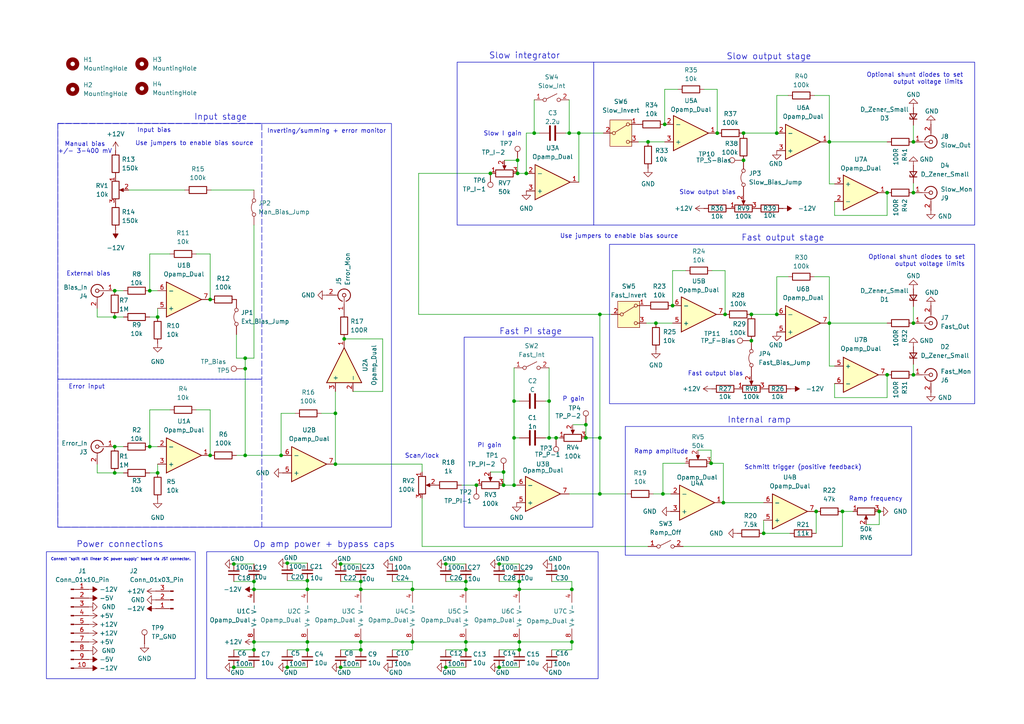
<source format=kicad_sch>
(kicad_sch (version 20250114) (generator "eeschema") (generator_version "9.0")
  (paper "A4")
  (title_block (title "Analog Lockbox") (rev "v2.1") (comment 1 "Garrett Louie - July 2025") (comment 2 "Designed to Eurocard standard for 3Ux12HP subrack module.") (comment 3 "Designed for use with linear regulated power from a separate board, via JST connector."))
  (rectangle (start 132.588 18.034) (end 172.212 65.278))
  (rectangle (start 181.356 123.698) (end 264.414 161.036))
  (rectangle (start 16.764 35.814) (end 75.946 109.982) (stroke (width 0) (type dash)))
  (rectangle (start 16.764 109.982) (end 75.946 152.908) (stroke (width 0) (type dash)))
  (rectangle (start 59.944 160.02) (end 173.482 196.85))
  (rectangle (start 16.764 35.814) (end 113.538 152.908))
  (rectangle (start 176.784 70.866) (end 282.702 117.094))
  (rectangle (start 172.212 18.034) (end 282.702 65.278))
  (rectangle (start 134.62 97.79) (end 171.958 152.908))
  (rectangle (start 13.462 160.02) (end 56.642 196.85))
  (text "PI gain" (at 141.986 129.286 0) (effects (font (size 1.27 1.27))))
  (text "Ramp frequency" (at 254 144.78 0) (effects (font (size 1.27 1.27))))
  (text "Use jumpers to enable bias source" (at 179.578 68.58 0) (effects (font (size 1.27 1.27))))
  (text "Inverting/summing + error monitor" (at 94.742 38.1 0) (effects (font (size 1.27 1.27))))
  (text "External bias" (at 25.654 79.502 0) (effects (font (size 1.27 1.27))))
  (text "P gain" (at 166.37 115.824 0) (effects (font (size 1.27 1.27))))
  (text "Ramp amplitude" (at 191.77 131.064 0) (effects (font (size 1.27 1.27))))
  (text "Connect \"split rail linear DC power supply\" board via JST connector." (at 35.052 162.306 0) (effects (font (size 0.762 0.762))))
  (text "Slow I gain" (at 145.796 38.862 0) (effects (font (size 1.27 1.27))))
  (text "Input stage" (at 64.008 34.036 0) (effects (font (size 1.778 1.778))))
  (text "Schmitt trigger (positive feedback)" (at 232.918 135.636 0) (effects (font (size 1.27 1.27))))
  (text "Input bias" (at 44.704 37.846 0) (effects (font (size 1.27 1.27))))
  (text "Fast output stage" (at 227.076 69.088 0) (effects (font (size 1.778 1.778))))
  (text "Slow output stage" (at 223.012 16.51 0) (effects (font (size 1.778 1.778))))
  (text "Use jumpers to enable bias source" (at 56.388 41.656 0) (effects (font (size 1.27 1.27))))
  (text "Fast PI stage" (at 153.924 96.266 0) (effects (font (size 1.778 1.778))))
  (text "Optional shunt diodes to set\noutput voltage limits" (at 279.4 22.86 0) (effects (font (size 1.27 1.27)) (justify right)))
  (text "Scan/lock" (at 122.428 132.334 0) (effects (font (size 1.27 1.27))))
  (text "Power connections" (at 34.798 157.988 0) (effects (font (size 1.778 1.778))))
  (text "Optional shunt diodes to set\noutput voltage limits" (at 279.908 75.692 0) (effects (font (size 1.27 1.27)) (justify right)))
  (text "Internal ramp" (at 220.218 121.92 0) (effects (font (size 1.778 1.778))))
  (text "Fast output bias" (at 207.518 108.458 0) (effects (font (size 1.27 1.27))))
  (text "Op amp power + bypass caps" (at 93.98 157.988 0) (effects (font (size 1.778 1.778))))
  (text "Slow integrator" (at 152.146 16.256 0) (effects (font (size 1.778 1.778))))
  (text "Error input" (at 25.146 112.268 0) (effects (font (size 1.27 1.27))))
  (text "Slow output bias" (at 205.232 55.88 0) (effects (font (size 1.27 1.27))))
  (text "Manual bias\n+/- 3-400 mV" (at 24.638 42.926 0) (effects (font (size 1.27 1.27))))
  (junction (at 138.176 140.716))
  (junction (at 192.278 143.256))
  (junction (at 98.806 163.576))
  (junction (at 97.282 119.888))
  (junction (at 190.246 93.726))
  (junction (at 149.098 116.332))
  (junction (at 150.622 186.182))
  (junction (at 240.538 41.148))
  (junction (at 144.78 193.548))
  (junction (at 264.922 55.88))
  (junction (at 104.648 188.468))
  (junction (at 73.66 188.468))
  (junction (at 154.94 38.608))
  (junction (at 71.12 106.934))
  (junction (at 152.654 50.292))
  (junction (at 165.862 186.182))
  (junction (at 89.154 170.942))
  (junction (at 60.96 86.868))
  (junction (at 73.66 170.942))
  (junction (at 165.1 38.608))
  (junction (at 43.434 84.328))
  (junction (at 150.622 188.468))
  (junction (at 244.348 148.336))
  (junction (at 165.862 170.942))
  (junction (at 195.072 88.646))
  (junction (at 104.648 186.182))
  (junction (at 60.96 132.08))
  (junction (at 98.806 193.548))
  (junction (at 144.78 163.576))
  (junction (at 97.282 134.62))
  (junction (at 257.302 108.712))
  (junction (at 89.154 186.182))
  (junction (at 135.128 186.182))
  (junction (at 236.728 148.336))
  (junction (at 135.128 188.468))
  (junction (at 192.786 36.068))
  (junction (at 150.114 46.482))
  (junction (at 150.622 170.942))
  (junction (at 83.312 163.322))
  (junction (at 33.274 91.948))
  (junction (at 89.154 168.402))
  (junction (at 104.648 168.656))
  (junction (at 217.932 91.186))
  (junction (at 187.96 41.148))
  (junction (at 73.66 168.656))
  (junction (at 225.298 38.608))
  (junction (at 135.128 170.942))
  (junction (at 169.926 123.19))
  (junction (at 210.312 91.186))
  (junction (at 173.99 127))
  (junction (at 119.634 186.182))
  (junction (at 169.926 127))
  (junction (at 215.646 38.608))
  (junction (at 119.634 170.942))
  (junction (at 217.932 98.806))
  (junction (at 45.72 137.16))
  (junction (at 257.302 55.88))
  (junction (at 150.114 50.292))
  (junction (at 67.818 193.548))
  (junction (at 264.922 41.148))
  (junction (at 33.274 84.328))
  (junction (at 264.922 108.712))
  (junction (at 149.098 140.716))
  (junction (at 142.24 50.292))
  (junction (at 161.29 127))
  (junction (at 71.12 103.886))
  (junction (at 215.646 46.482))
  (junction (at 225.298 91.186))
  (junction (at 255.016 148.336))
  (junction (at 43.434 129.54))
  (junction (at 208.026 38.608))
  (junction (at 73.66 186.182))
  (junction (at 159.258 116.332))
  (junction (at 71.12 132.08))
  (junction (at 146.05 136.906))
  (junction (at 45.72 91.948))
  (junction (at 83.312 193.548))
  (junction (at 173.99 91.186))
  (junction (at 33.274 129.54))
  (junction (at 129.286 193.548))
  (junction (at 149.098 127))
  (junction (at 146.05 140.716))
  (junction (at 89.154 188.468))
  (junction (at 173.99 143.256))
  (junction (at 240.538 93.726))
  (junction (at 129.286 163.576))
  (junction (at 159.258 127))
  (junction (at 99.822 98.298))
  (junction (at 135.128 168.656))
  (junction (at 150.622 168.656))
  (junction (at 67.818 163.576))
  (junction (at 104.648 170.942))
  (junction (at 209.804 145.796))
  (junction (at 81.534 132.08))
  (junction (at 264.922 93.726))
  (junction (at 221.488 154.686))
  (junction (at 206.248 134.366))
  (junction (at 33.274 137.16))
  (junction (at 167.894 38.608))
  (wire (pts (xy 165.862 170.942) (xy 165.862 168.656)))
  (wire (pts (xy 150.622 186.182) (xy 165.862 186.182)))
  (wire (pts (xy 161.29 127) (xy 162.306 127)))
  (wire (pts (xy 45.72 89.408) (xy 45.72 91.948)))
  (wire (pts (xy 142.24 50.292) (xy 142.494 50.292)))
  (wire (pts (xy 196.596 25.908) (xy 192.786 25.908)))
  (wire (pts (xy 150.114 46.482) (xy 150.114 50.292)))
  (wire (pts (xy 165.1 28.956) (xy 165.1 38.608)))
  (wire (pts (xy 129.286 168.656) (xy 135.128 168.656)))
  (wire (pts (xy 240.538 93.726) (xy 257.302 93.726)))
  (wire (pts (xy 142.24 50.292) (xy 121.412 50.292)))
  (wire (pts (xy 33.274 137.16) (xy 35.814 137.16)))
  (wire (pts (xy 149.098 106.68) (xy 149.098 116.332)))
  (wire (pts (xy 192.278 143.256) (xy 189.484 143.256)))
  (wire (pts (xy 198.12 158.496) (xy 244.348 158.496)))
  (wire (pts (xy 187.452 93.726) (xy 190.246 93.726)))
  (wire (pts (xy 33.274 129.54) (xy 35.814 129.54)))
  (wire (pts (xy 110.998 98.298) (xy 99.822 98.298)))
  (wire (pts (xy 49.276 118.872) (xy 43.434 118.872)))
  (wire (pts (xy 37.338 55.118) (xy 53.594 55.118)))
  (wire (pts (xy 67.818 163.576) (xy 73.66 163.576)))
  (wire (pts (xy 146.05 140.716) (xy 149.098 140.716)))
  (wire (pts (xy 257.302 115.316) (xy 257.302 108.712)))
  (wire (pts (xy 142.24 136.906) (xy 146.05 136.906)))
  (wire (pts (xy 192.786 25.908) (xy 192.786 36.068)))
  (wire (pts (xy 73.66 65.278) (xy 73.66 103.886)))
  (wire (pts (xy 71.12 132.08) (xy 68.58 132.08)))
  (wire (pts (xy 144.78 193.548) (xy 150.622 193.548)))
  (wire (pts (xy 206.502 78.486) (xy 210.312 78.486)))
  (wire (pts (xy 104.648 170.942) (xy 104.648 168.656)))
  (wire (pts (xy 236.728 148.336) (xy 236.728 154.686)))
  (wire (pts (xy 60.96 73.66) (xy 60.96 86.868)))
  (wire (pts (xy 43.434 137.16) (xy 45.72 137.16)))
  (wire (pts (xy 119.634 170.942) (xy 135.128 170.942)))
  (wire (pts (xy 104.648 186.182) (xy 119.634 186.182)))
  (wire (pts (xy 102.362 113.538) (xy 110.998 113.538)))
  (wire (pts (xy 173.99 143.256) (xy 181.864 143.256)))
  (wire (pts (xy 209.804 145.796) (xy 221.488 145.796)))
  (wire (pts (xy 67.818 188.468) (xy 73.66 188.468)))
  (wire (pts (xy 198.628 134.366) (xy 192.278 134.366)))
  (wire (pts (xy 144.78 188.468) (xy 150.622 188.468)))
  (wire (pts (xy 82.042 132.08) (xy 81.534 132.08)))
  (wire (pts (xy 43.434 118.872) (xy 43.434 129.54)))
  (wire (pts (xy 209.804 145.796) (xy 209.804 134.366)))
  (wire (pts (xy 167.894 38.608) (xy 175.006 38.608)))
  (wire (pts (xy 192.278 143.256) (xy 194.564 143.256)))
  (wire (pts (xy 150.622 170.942) (xy 150.622 168.656)))
  (wire (pts (xy 173.99 91.186) (xy 173.99 127)))
  (wire (pts (xy 28.194 89.408) (xy 28.194 91.948)))
  (wire (pts (xy 150.622 116.332) (xy 149.098 116.332)))
  (wire (pts (xy 98.806 188.468) (xy 104.648 188.468)))
  (wire (pts (xy 43.434 91.948) (xy 45.72 91.948)))
  (wire (pts (xy 135.128 186.182) (xy 150.622 186.182)))
  (wire (pts (xy 240.538 53.34) (xy 240.538 41.148)))
  (wire (pts (xy 98.806 168.656) (xy 104.648 168.656)))
  (wire (pts (xy 113.792 188.468) (xy 119.634 188.468)))
  (wire (pts (xy 187.96 41.148) (xy 192.786 41.148)))
  (wire (pts (xy 242.062 53.34) (xy 240.538 53.34)))
  (wire (pts (xy 242.062 58.42) (xy 242.062 62.484)))
  (wire (pts (xy 236.22 80.264) (xy 240.538 80.264)))
  (wire (pts (xy 221.488 154.686) (xy 229.108 154.686)))
  (wire (pts (xy 198.882 78.486) (xy 195.072 78.486)))
  (wire (pts (xy 150.622 127) (xy 149.098 127)))
  (wire (pts (xy 204.216 25.908) (xy 208.026 25.908)))
  (wire (pts (xy 158.242 116.332) (xy 159.258 116.332)))
  (wire (pts (xy 146.304 46.482) (xy 150.114 46.482)))
  (wire (pts (xy 113.792 168.656) (xy 119.634 168.656)))
  (wire (pts (xy 242.062 62.484) (xy 257.302 62.484)))
  (wire (pts (xy 149.098 127) (xy 149.098 140.716)))
  (wire (pts (xy 236.22 27.686) (xy 240.538 27.686)))
  (wire (pts (xy 133.858 140.716) (xy 138.176 140.716)))
  (wire (pts (xy 71.12 103.886) (xy 71.12 106.934)))
  (wire (pts (xy 187.96 158.496) (xy 122.428 158.496)))
  (wire (pts (xy 185.166 41.148) (xy 187.96 41.148)))
  (wire (pts (xy 110.998 113.538) (xy 110.998 98.298)))
  (wire (pts (xy 150.622 170.942) (xy 165.862 170.942)))
  (wire (pts (xy 138.176 140.716) (xy 138.43 140.716)))
  (wire (pts (xy 221.488 150.876) (xy 221.488 154.686)))
  (wire (pts (xy 119.634 170.942) (xy 119.634 168.656)))
  (wire (pts (xy 68.58 97.028) (xy 68.58 103.886)))
  (wire (pts (xy 156.464 38.608) (xy 154.94 38.608)))
  (wire (pts (xy 242.062 115.316) (xy 257.302 115.316)))
  (wire (pts (xy 121.412 91.186) (xy 173.99 91.186)))
  (wire (pts (xy 93.218 119.888) (xy 97.282 119.888)))
  (wire (pts (xy 150.114 50.292) (xy 152.654 50.292)))
  (wire (pts (xy 215.646 38.862) (xy 215.646 38.608)))
  (wire (pts (xy 165.862 186.182) (xy 165.862 188.468)))
  (wire (pts (xy 149.098 116.332) (xy 149.098 127)))
  (wire (pts (xy 43.434 84.328) (xy 45.72 84.328)))
  (wire (pts (xy 122.428 158.496) (xy 122.428 144.526)))
  (wire (pts (xy 68.58 103.886) (xy 71.12 103.886)))
  (wire (pts (xy 228.6 27.686) (xy 225.298 27.686)))
  (wire (pts (xy 190.246 93.726) (xy 195.072 93.726)))
  (wire (pts (xy 228.6 80.264) (xy 225.298 80.264)))
  (wire (pts (xy 242.062 111.252) (xy 242.062 115.316)))
  (wire (pts (xy 56.896 118.872) (xy 60.96 118.872)))
  (wire (pts (xy 121.412 50.292) (xy 121.412 91.186)))
  (wire (pts (xy 173.99 127) (xy 173.99 143.256)))
  (wire (pts (xy 97.282 119.888) (xy 97.282 134.62)))
  (wire (pts (xy 135.128 186.182) (xy 135.128 188.468)))
  (wire (pts (xy 83.312 188.468) (xy 89.154 188.468)))
  (wire (pts (xy 159.258 127) (xy 161.29 127)))
  (wire (pts (xy 73.66 170.942) (xy 89.154 170.942)))
  (wire (pts (xy 104.648 170.942) (xy 119.634 170.942)))
  (wire (pts (xy 240.538 106.172) (xy 242.062 106.172)))
  (wire (pts (xy 135.128 170.942) (xy 150.622 170.942)))
  (wire (pts (xy 149.098 140.716) (xy 149.86 140.716)))
  (wire (pts (xy 28.194 137.16) (xy 33.274 137.16)))
  (wire (pts (xy 166.116 123.19) (xy 169.926 123.19)))
  (wire (pts (xy 173.99 91.186) (xy 177.292 91.186)))
  (wire (pts (xy 97.282 113.538) (xy 97.282 119.888)))
  (wire (pts (xy 150.622 186.182) (xy 150.622 188.468)))
  (wire (pts (xy 135.128 170.942) (xy 135.128 168.656)))
  (wire (pts (xy 169.926 123.19) (xy 169.926 127)))
  (wire (pts (xy 251.206 152.146) (xy 255.016 152.146)))
  (wire (pts (xy 43.434 129.54) (xy 45.72 129.54)))
  (wire (pts (xy 215.646 38.608) (xy 225.298 38.608)))
  (wire (pts (xy 244.348 158.496) (xy 244.348 148.336)))
  (wire (pts (xy 45.72 134.62) (xy 45.72 137.16)))
  (wire (pts (xy 33.274 84.328) (xy 35.814 84.328)))
  (wire (pts (xy 122.428 134.62) (xy 97.282 134.62)))
  (wire (pts (xy 61.214 55.118) (xy 73.66 55.118)))
  (wire (pts (xy 152.654 38.608) (xy 154.94 38.608)))
  (wire (pts (xy 89.154 170.942) (xy 104.648 170.942)))
  (wire (pts (xy 255.016 152.146) (xy 255.016 148.336)))
  (wire (pts (xy 89.154 168.402) (xy 89.154 170.942)))
  (wire (pts (xy 159.258 106.68) (xy 159.258 116.332)))
  (wire (pts (xy 240.538 27.686) (xy 240.538 41.148)))
  (wire (pts (xy 210.312 78.486) (xy 210.312 91.186)))
  (wire (pts (xy 209.804 134.366) (xy 206.248 134.366)))
  (wire (pts (xy 192.278 134.366) (xy 192.278 143.256)))
  (wire (pts (xy 202.438 130.556) (xy 206.248 130.556)))
  (wire (pts (xy 257.302 62.484) (xy 257.302 55.88)))
  (wire (pts (xy 158.242 127) (xy 159.258 127)))
  (wire (pts (xy 152.654 50.292) (xy 152.654 38.608)))
  (wire (pts (xy 83.312 163.322) (xy 89.154 163.322)))
  (wire (pts (xy 264.922 55.88) (xy 264.922 56.134)))
  (wire (pts (xy 264.922 88.9) (xy 264.922 93.726)))
  (wire (pts (xy 129.286 193.548) (xy 135.128 193.548)))
  (wire (pts (xy 164.084 38.608) (xy 165.1 38.608)))
  (wire (pts (xy 206.248 130.556) (xy 206.248 134.366)))
  (wire (pts (xy 244.348 148.336) (xy 247.396 148.336)))
  (wire (pts (xy 195.072 78.486) (xy 195.072 88.646)))
  (wire (pts (xy 119.634 186.182) (xy 119.634 188.468)))
  (wire (pts (xy 160.02 188.468) (xy 165.862 188.468)))
  (wire (pts (xy 173.99 127) (xy 169.926 127)))
  (wire (pts (xy 104.648 186.182) (xy 104.648 188.468)))
  (wire (pts (xy 129.286 163.576) (xy 135.128 163.576)))
  (wire (pts (xy 165.1 143.256) (xy 173.99 143.256)))
  (wire (pts (xy 67.818 168.656) (xy 73.66 168.656)))
  (wire (pts (xy 60.96 118.872) (xy 60.96 132.08)))
  (wire (pts (xy 89.154 186.182) (xy 89.154 188.468)))
  (wire (pts (xy 98.806 193.548) (xy 104.648 193.548)))
  (wire (pts (xy 73.66 103.886) (xy 71.12 103.886)))
  (wire (pts (xy 240.538 80.264) (xy 240.538 93.726)))
  (wire (pts (xy 119.634 186.182) (xy 135.128 186.182)))
  (wire (pts (xy 83.312 168.402) (xy 89.154 168.402)))
  (wire (pts (xy 73.66 170.942) (xy 73.66 168.656)))
  (wire (pts (xy 28.194 91.948) (xy 33.274 91.948)))
  (wire (pts (xy 98.806 163.576) (xy 104.648 163.576)))
  (wire (pts (xy 81.534 132.08) (xy 71.12 132.08)))
  (wire (pts (xy 71.12 106.934) (xy 71.12 132.08)))
  (wire (pts (xy 85.598 119.888) (xy 81.534 119.888)))
  (wire (pts (xy 264.922 53.086) (xy 264.922 55.88)))
  (wire (pts (xy 240.538 106.172) (xy 240.538 93.726)))
  (wire (pts (xy 264.922 105.664) (xy 264.922 108.712)))
  (wire (pts (xy 49.276 73.66) (xy 43.434 73.66)))
  (wire (pts (xy 144.78 163.576) (xy 150.622 163.576)))
  (wire (pts (xy 208.026 25.908) (xy 208.026 38.608)))
  (wire (pts (xy 122.428 136.906) (xy 122.428 134.62)))
  (wire (pts (xy 225.298 80.264) (xy 225.298 91.186)))
  (wire (pts (xy 73.66 186.182) (xy 73.66 188.468)))
  (wire (pts (xy 165.1 38.608) (xy 167.894 38.608)))
  (wire (pts (xy 144.78 168.656) (xy 150.622 168.656)))
  (wire (pts (xy 73.66 186.182) (xy 89.154 186.182)))
  (wire (pts (xy 160.02 168.656) (xy 165.862 168.656)))
  (wire (pts (xy 33.274 91.948) (xy 35.814 91.948)))
  (wire (pts (xy 81.534 119.888) (xy 81.534 132.08)))
  (wire (pts (xy 56.896 73.66) (xy 60.96 73.66)))
  (wire (pts (xy 28.194 134.62) (xy 28.194 137.16)))
  (wire (pts (xy 240.538 41.148) (xy 257.302 41.148)))
  (wire (pts (xy 83.312 193.548) (xy 89.154 193.548)))
  (wire (pts (xy 67.818 193.548) (xy 73.66 193.548)))
  (wire (pts (xy 167.894 38.608) (xy 167.894 52.832)))
  (wire (pts (xy 159.258 116.332) (xy 159.258 127)))
  (wire (pts (xy 225.298 27.686) (xy 225.298 38.608)))
  (wire (pts (xy 146.05 136.906) (xy 146.05 140.716)))
  (wire (pts (xy 43.434 73.66) (xy 43.434 84.328)))
  (wire (pts (xy 264.922 36.322) (xy 264.922 41.148)))
  (wire (pts (xy 154.94 28.956) (xy 154.94 38.608)))
  (wire (pts (xy 89.154 186.182) (xy 104.648 186.182)))
  (wire (pts (xy 129.286 188.468) (xy 135.128 188.468)))
  (wire (pts (xy 217.932 91.186) (xy 225.298 91.186)))
  (symbol (lib_id "power:-12V") (at 73.66 170.942 90) (unit 1)
    (property "Reference" "#PWR041" (effects (hide yes)))
    (property "Value" "-12V" (at 70.104 170.9419 90) (effects (justify left)))
    (property "Description" "Power symbol creates a global label with name \"-12V\"" (effects (hide yes)))
  )
  (symbol (lib_id "power:GND") (at 98.806 163.576 270) (mirror x) (unit 1)
    (property "Reference" "#PWR050" (effects (hide yes)))
    (property "Value" "GND" (at 99.822 162.052 90))
    (property "Description" "Power symbol creates a global label with name \"GND\" , ground" (effects (hide yes)))
  )
  (symbol (lib_id "Device:Opamp_Dual") (at 153.162 178.562 0) (mirror x) (unit 3)
    (property "Reference" "U6" (at 149.352 177.2919 0) (effects (justify right)))
    (property "Value" "Opamp_Dual" (at 149.352 179.8319 0) (effects (justify right)))
    (property "Footprint" "Package_DIP:DIP-8_W7.62mm" (effects (hide yes)))
    (property "Description" "Dual operational amplifier" (effects (hide yes)))
    (property "Sim.Library" "${KICAD9_SYMBOL_DIR}/Simulation_SPICE.sp" (effects (hide yes)))
    (property "Sim.Name" "kicad_builtin_opamp_dual" (effects (hide yes)))
    (property "Sim.Device" "SUBCKT" (effects (hide yes)))
    (property "Sim.Pins" "1=out1 2=in1- 3=in1+ 4=vee 5=in2+ 6=in2- 7=out2 8=vcc" (effects (hide yes)))
  )
  (symbol (lib_id "power:GND") (at 187.96 48.768 0) (unit 1)
    (property "Reference" "#PWR028" (effects (hide yes)))
    (property "Value" "GND" (at 187.96 53.34 0))
    (property "Description" "Power symbol creates a global label with name \"GND\" , ground" (effects (hide yes)))
  )
  (symbol (lib_id "power:+12V") (at 25.654 183.642 270) (unit 1)
    (property "Reference" "#PWR018" (effects (hide yes)))
    (property "Value" "+12V" (at 28.829 183.642 90) (effects (justify left)))
    (property "Description" "Power symbol creates a global label with name \"+12V\"" (effects (hide yes)))
  )
  (symbol (lib_id "Device:R") (at 188.976 36.068 90) (unit 1)
    (property "Reference" "R34" (at 188.976 30.48 90))
    (property "Value" "10k" (at 188.976 33.02 90))
    (property "Footprint" "Resistor_SMD:R_1206_3216Metric" (effects (hide yes)))
    (property "Description" "Resistor" (effects (hide yes)))
    (property "LCSC Part Number" "C1489" (effects (hide yes)))
  )
  (symbol (lib_id "Device:Opamp_Dual") (at 229.108 148.336 0) (mirror x) (unit 2)
    (property "Reference" "U4" (at 229.108 138.43 0))
    (property "Value" "Opamp_Dual" (at 229.108 140.97 0))
    (property "Footprint" "Package_DIP:DIP-8_W7.62mm" (effects (hide yes)))
    (property "Description" "Dual operational amplifier" (effects (hide yes)))
    (property "Sim.Library" "${KICAD9_SYMBOL_DIR}/Simulation_SPICE.sp" (effects (hide yes)))
    (property "Sim.Name" "kicad_builtin_opamp_dual" (effects (hide yes)))
    (property "Sim.Device" "SUBCKT" (effects (hide yes)))
    (property "Sim.Pins" "1=out1 2=in1- 3=in1+ 4=vee 5=in2+ 6=in2- 7=out2 8=vcc" (effects (hide yes)))
  )
  (symbol (lib_id "Device:Opamp_Dual") (at 99.822 105.918 90) (unit 1)
    (property "Reference" "U2" (at 105.918 105.918 0))
    (property "Value" "Opamp_Dual" (at 108.458 105.918 0))
    (property "Footprint" "Package_DIP:DIP-8_W7.62mm" (effects (hide yes)))
    (property "Description" "Dual operational amplifier" (effects (hide yes)))
    (property "Sim.Library" "${KICAD9_SYMBOL_DIR}/Simulation_SPICE.sp" (effects (hide yes)))
    (property "Sim.Name" "kicad_builtin_opamp_dual" (effects (hide yes)))
    (property "Sim.Device" "SUBCKT" (effects (hide yes)))
    (property "Sim.Pins" "1=out1 2=in1- 3=in1+ 4=vee 5=in2+ 6=in2- 7=out2 8=vcc" (effects (hide yes)))
  )
  (symbol (lib_id "Device:Opamp_Dual") (at 232.918 93.726 0) (mirror x) (unit 2)
    (property "Reference" "U6" (at 232.918 83.82 0))
    (property "Value" "Opamp_Dual" (at 232.918 86.36 0))
    (property "Footprint" "Package_DIP:DIP-8_W7.62mm" (effects (hide yes)))
    (property "Description" "Dual operational amplifier" (effects (hide yes)))
    (property "Sim.Library" "${KICAD9_SYMBOL_DIR}/Simulation_SPICE.sp" (effects (hide yes)))
    (property "Sim.Name" "kicad_builtin_opamp_dual" (effects (hide yes)))
    (property "Sim.Device" "SUBCKT" (effects (hide yes)))
    (property "Sim.Pins" "1=out1 2=in1- 3=in1+ 4=vee 5=in2+ 6=in2- 7=out2 8=vcc" (effects (hide yes)))
  )
  (symbol (lib_id "Connector:Conn_Coaxial") (at 270.002 55.88 0) (unit 1)
    (property "Reference" "J9" (at 272.796 57.4433 0) (effects (justify left)))
    (property "Value" "Slow_Mon" (at 272.796 54.9033 0) (effects (justify left)))
    (property "Footprint" "Connector_Coaxial:SMA_Amphenol_132134_Vertical" (effects (hide yes)))
    (property "Description" "coaxial connector (BNC, SMA, SMB, SMC, Cinch/RCA, LEMO, ...)" (effects (hide yes)))
  )
  (symbol (lib_id "Device:R") (at 217.678 154.686 90) (mirror x) (unit 1)
    (property "Reference" "R20" (at 217.678 149.606 90))
    (property "Value" "7.5k" (at 217.678 152.146 90))
    (property "Footprint" "Resistor_SMD:R_1206_3216Metric" (effects (hide yes)))
    (property "Description" "Resistor" (effects (hide yes)))
    (property "LCSC Part Number" "C17978" (effects (hide yes)))
  )
  (symbol (lib_id "Device:C_Small") (at 135.128 166.116 0) (mirror y) (unit 1)
    (property "Reference" "C27" (at 139.446 164.592 0) (effects (justify left)))
    (property "Value" "10u" (at 139.446 167.894 0) (effects (justify left)))
    (property "Footprint" "Capacitor_THT:CP_Radial_D5.0mm_P2.00mm" (effects (hide yes)))
    (property "Description" "Unpolarized capacitor, small symbol" (effects (hide yes)))
  )
  (symbol (lib_id "Device:Opamp_Dual") (at 249.682 108.712 0) (unit 2)
    (property "Reference" "U7" (at 249.682 98.552 0))
    (property "Value" "Opamp_Dual" (at 249.682 101.092 0))
    (property "Footprint" "Package_DIP:DIP-8_W7.62mm" (effects (hide yes)))
    (property "Description" "Dual operational amplifier" (effects (hide yes)))
    (property "Sim.Library" "${KICAD9_SYMBOL_DIR}/Simulation_SPICE.sp" (effects (hide yes)))
    (property "Sim.Name" "kicad_builtin_opamp_dual" (effects (hide yes)))
    (property "Sim.Device" "SUBCKT" (effects (hide yes)))
    (property "Sim.Pins" "1=out1 2=in1- 3=in1+ 4=vee 5=in2+ 6=in2- 7=out2 8=vcc" (effects (hide yes)))
  )
  (symbol (lib_id "Device:Opamp_Dual") (at 122.174 178.562 0) (mirror x) (unit 3)
    (property "Reference" "U4" (at 118.618 177.2919 0) (effects (justify right)))
    (property "Value" "Opamp_Dual" (at 118.618 179.8319 0) (effects (justify right)))
    (property "Footprint" "Package_DIP:DIP-8_W7.62mm" (effects (hide yes)))
    (property "Description" "Dual operational amplifier" (effects (hide yes)))
    (property "Sim.Library" "${KICAD9_SYMBOL_DIR}/Simulation_SPICE.sp" (effects (hide yes)))
    (property "Sim.Name" "kicad_builtin_opamp_dual" (effects (hide yes)))
    (property "Sim.Device" "SUBCKT" (effects (hide yes)))
    (property "Sim.Pins" "1=out1 2=in1- 3=in1+ 4=vee 5=in2+ 6=in2- 7=out2 8=vcc" (effects (hide yes)))
  )
  (symbol (lib_id "Device:R") (at 190.246 97.536 180) (unit 1)
    (property "Reference" "R25" (at 192.278 96.2659 0) (effects (justify right)))
    (property "Value" "10k" (at 192.278 98.8059 0) (effects (justify right)))
    (property "Footprint" "Resistor_SMD:R_1206_3216Metric" (effects (hide yes)))
    (property "Description" "Resistor" (effects (hide yes)))
    (property "LCSC Part Number" "C1489" (effects (hide yes)))
  )
  (symbol (lib_id "power:GND") (at 144.78 193.548 270) (unit 1)
    (property "Reference" "#PWR046" (effects (hide yes)))
    (property "Value" "GND" (at 145.796 195.072 90))
    (property "Description" "Power symbol creates a global label with name \"GND\" , ground" (effects (hide yes)))
  )
  (symbol (lib_id "power:GND") (at 113.792 163.576 270) (mirror x) (unit 1)
    (property "Reference" "#PWR051" (effects (hide yes)))
    (property "Value" "GND" (at 114.808 162.052 90))
    (property "Description" "Power symbol creates a global label with name \"GND\" , ground" (effects (hide yes)))
  )
  (symbol (lib_id "power:GND") (at 264.922 100.584 180) (unit 1)
    (property "Reference" "#PWR035" (effects (hide yes)))
    (property "Value" "GND" (at 266.7 98.806 0) (effects (justify right)))
    (property "Description" "Power symbol creates a global label with name \"GND\" , ground" (effects (hide yes)))
  )
  (symbol (lib_id "Device:R") (at 261.112 41.148 270) (unit 1)
    (property "Reference" "R41" (at 262.3821 42.926 0) (effects (justify left)))
    (property "Value" "100R" (at 259.8421 42.926 0) (effects (justify left)))
    (property "Footprint" "Resistor_THT:R_Axial_DIN0414_L11.9mm_D4.5mm_P15.24mm_Horizontal" (effects (hide yes)))
    (property "Description" "Resistor" (effects (hide yes)))
  )
  (symbol (lib_id "Device:C_Small") (at 129.286 191.008 0) (unit 1)
    (property "Reference" "C12" (at 130.302 189.484 0) (effects (justify left)))
    (property "Value" "100n" (at 129.794 192.532 0) (effects (justify left)))
    (property "Footprint" "Capacitor_SMD:C_0603_1608Metric" (effects (hide yes)))
    (property "Description" "Unpolarized capacitor, small symbol" (effects (hide yes)))
    (property "LCSC Part Number" "C1591" (effects (hide yes)))
  )
  (symbol (lib_id "Device:C_Small") (at 135.128 191.008 0) (unit 1)
    (property "Reference" "C13" (at 137.16 189.738 0) (effects (justify left)))
    (property "Value" "10u" (at 137.16 192.278 0) (effects (justify left)))
    (property "Footprint" "Capacitor_THT:CP_Radial_D5.0mm_P2.00mm" (effects (hide yes)))
    (property "Description" "Unpolarized capacitor, small symbol" (effects (hide yes)))
  )
  (symbol (lib_id "Device:Opamp_Dual") (at 137.668 178.562 0) (mirror x) (unit 3)
    (property "Reference" "U5" (at 133.858 177.2919 0) (effects (justify right)))
    (property "Value" "Opamp_Dual" (at 133.858 179.8319 0) (effects (justify right)))
    (property "Footprint" "Package_DIP:DIP-8_W7.62mm" (effects (hide yes)))
    (property "Description" "Dual operational amplifier" (effects (hide yes)))
    (property "Sim.Library" "${KICAD9_SYMBOL_DIR}/Simulation_SPICE.sp" (effects (hide yes)))
    (property "Sim.Name" "kicad_builtin_opamp_dual" (effects (hide yes)))
    (property "Sim.Device" "SUBCKT" (effects (hide yes)))
    (property "Sim.Pins" "1=out1 2=in1- 3=in1+ 4=vee 5=in2+ 6=in2- 7=out2 8=vcc" (effects (hide yes)))
  )
  (symbol (lib_id "Device:R_Potentiometer") (at 202.438 134.366 90) (unit 1)
    (property "Reference" "RV5" (at 202.438 126.746 90))
    (property "Value" "50k" (at 202.438 129.286 90))
    (property "Footprint" "Potentiometer_THT:Potentiometer_Bourns_3296W_Vertical" (effects (hide yes)))
    (property "Description" "Potentiometer" (effects (hide yes)))
  )
  (symbol (lib_id "Switch:SW_SPST") (at 193.04 158.496 0) (unit 1)
    (property "Reference" "SW3" (at 193.04 151.892 0))
    (property "Value" "Ramp_Off" (at 193.04 154.432 0))
    (property "Footprint" "Connector_Wire:SolderWire-0.25sqmm_1x02_P4.5mm_D0.65mm_OD2mm" (effects (hide yes)))
    (property "Description" "Single Pole Single Throw (SPST) switch" (effects (hide yes)))
  )
  (symbol (lib_id "power:GND") (at 264.922 31.242 180) (unit 1)
    (property "Reference" "#PWR055" (effects (hide yes)))
    (property "Value" "GND" (at 262.89 27.432 0) (effects (justify right)))
    (property "Description" "Power symbol creates a global label with name \"GND\" , ground" (effects (hide yes)))
  )
  (symbol (lib_id "Device:R") (at 33.274 88.138 180) (unit 1)
    (property "Reference" "R7" (at 34.544 87.122 0) (effects (justify right)))
    (property "Value" "1M" (at 34.544 89.662 0) (effects (justify right)))
    (property "Footprint" "Resistor_THT:R_Axial_DIN0411_L9.9mm_D3.6mm_P12.70mm_Horizontal" (effects (hide yes)))
    (property "Description" "Resistor" (effects (hide yes)))
  )
  (symbol (lib_id "power:-12V") (at 25.654 170.942 270) (unit 1)
    (property "Reference" "#PWR013" (effects (hide yes)))
    (property "Value" "-12V" (at 28.829 170.942 90) (effects (justify left)))
    (property "Description" "Power symbol creates a global label with name \"-12V\"" (effects (hide yes)))
  )
  (symbol (lib_id "Connector:Conn_Coaxial") (at 270.002 93.726 0) (mirror x) (unit 1)
    (property "Reference" "J7" (at 272.796 92.1627 0) (effects (justify left)))
    (property "Value" "Fast_Out" (at 272.796 94.7027 0) (effects (justify left)))
    (property "Footprint" "Connector_Coaxial:SMA_Amphenol_132289_EdgeMount" (effects (hide yes)))
    (property "Description" "coaxial connector (BNC, SMA, SMB, SMC, Cinch/RCA, LEMO, ...)" (effects (hide yes)))
  )
  (symbol (lib_id "power:GND") (at 264.922 48.006 180) (unit 1)
    (property "Reference" "#PWR057" (effects (hide yes)))
    (property "Value" "GND" (at 266.7 46.228 0) (effects (justify right)))
    (property "Description" "Power symbol creates a global label with name \"GND\" , ground" (effects (hide yes)))
  )
  (symbol (lib_id "Device:C") (at 160.274 38.608 90) (unit 1)
    (property "Reference" "C3" (at 160.274 32.766 90))
    (property "Value" "2.2u" (at 160.274 35.306 90))
    (property "Footprint" "Capacitor_THT:C_Axial_L3.8mm_D2.6mm_P7.50mm_Horizontal" (effects (hide yes)))
    (property "Description" "Unpolarized capacitor" (effects (hide yes)))
  )
  (symbol (lib_id "Switch:SW_SPDT") (at 180.086 38.608 0) (unit 1)
    (property "Reference" "SW6" (at 180.086 29.464 0))
    (property "Value" "Slow_Invert" (at 180.086 32.004 0))
    (property "Footprint" "Connector_Wire:SolderWire-0.25sqmm_1x03_P4.5mm_D0.65mm_OD2mm" (effects (hide yes)))
    (property "Description" "Switch, single pole double throw" (effects (hide yes)))
  )
  (symbol (lib_id "Device:R") (at 53.086 118.872 90) (unit 1)
    (property "Reference" "R4" (at 53.086 112.776 90))
    (property "Value" "10k" (at 53.086 115.316 90))
    (property "Footprint" "Resistor_THT:R_Axial_DIN0411_L9.9mm_D3.6mm_P12.70mm_Horizontal" (effects (hide yes)))
    (property "Description" "Resistor" (effects (hide yes)))
  )
  (symbol (lib_id "Device:R") (at 57.404 55.118 90) (unit 1)
    (property "Reference" "R15" (at 57.404 49.022 90))
    (property "Value" "100k" (at 57.404 51.562 90))
    (property "Footprint" "Resistor_SMD:R_1206_3216Metric" (effects (hide yes)))
    (property "Description" "Resistor" (effects (hide yes)))
    (property "LCSC Part Number" "C17900" (effects (hide yes)))
  )
  (symbol (lib_id "power:GND") (at 255.016 148.336 90) (unit 1)
    (property "Reference" "#PWR010" (effects (hide yes)))
    (property "Value" "GND" (at 259.08 148.3359 90) (effects (justify right)))
    (property "Description" "Power symbol creates a global label with name \"GND\" , ground" (effects (hide yes)))
  )
  (symbol (lib_id "power:GND") (at 45.72 99.568 0) (unit 1)
    (property "Reference" "#PWR02" (effects (hide yes)))
    (property "Value" "GND" (at 45.72 104.902 0))
    (property "Description" "Power symbol creates a global label with name \"GND\" , ground" (effects (hide yes)))
  )
  (symbol (lib_id "power:GND") (at 83.312 193.548 270) (unit 1)
    (property "Reference" "#PWR036" (effects (hide yes)))
    (property "Value" "GND" (at 84.328 195.072 90))
    (property "Description" "Power symbol creates a global label with name \"GND\" , ground" (effects (hide yes)))
  )
  (symbol (lib_id "power:-12V") (at 229.362 112.776 270) (unit 1)
    (property "Reference" "#PWR024" (effects (hide yes)))
    (property "Value" "-12V" (at 233.68 112.7759 90) (effects (justify left)))
    (property "Description" "Power symbol creates a global label with name \"-12V\"" (effects (hide yes)))
  )
  (symbol (lib_id "power:GND") (at 160.02 163.576 270) (mirror x) (unit 1)
    (property "Reference" "#PWR054" (effects (hide yes)))
    (property "Value" "GND" (at 161.036 162.052 90))
    (property "Description" "Power symbol creates a global label with name \"GND\" , ground" (effects (hide yes)))
  )
  (symbol (lib_id "Device:R") (at 39.624 137.16 90) (unit 1)
    (property "Reference" "R3" (at 39.624 139.446 90))
    (property "Value" "10k" (at 39.624 141.986 90))
    (property "Footprint" "Resistor_THT:R_Axial_DIN0411_L9.9mm_D3.6mm_P12.70mm_Horizontal" (effects (hide yes)))
    (property "Description" "Resistor" (effects (hide yes)))
  )
  (symbol (lib_id "Device:R") (at 45.72 95.758 180) (unit 1)
    (property "Reference" "R10" (at 48.26 94.4879 0) (effects (justify right)))
    (property "Value" "10k" (at 48.26 97.0279 0) (effects (justify right)))
    (property "Footprint" "Resistor_SMD:R_1206_3216Metric" (effects (hide yes)))
    (property "Description" "Resistor" (effects (hide yes)))
    (property "LCSC Part Number" "C1489" (effects (hide yes)))
  )
  (symbol (lib_id "power:+12V") (at 45.212 171.45 90) (unit 1)
    (property "Reference" "#PWR038" (effects (hide yes)))
    (property "Value" "+12V" (at 42.037 171.45 90) (effects (justify left)))
    (property "Description" "Power symbol creates a global label with name \"+12V\"" (effects (hide yes)))
  )
  (symbol (lib_id "Device:C_Small") (at 144.78 191.008 0) (unit 1)
    (property "Reference" "C14" (at 145.796 189.484 0) (effects (justify left)))
    (property "Value" "100n" (at 145.288 192.532 0) (effects (justify left)))
    (property "Footprint" "Capacitor_SMD:C_0603_1608Metric" (effects (hide yes)))
    (property "Description" "Unpolarized capacitor, small symbol" (effects (hide yes)))
    (property "LCSC Part Number" "C1591" (effects (hide yes)))
  )
  (symbol (lib_id "power:GND") (at 45.212 173.99 270) (unit 1)
    (property "Reference" "#PWR040" (effects (hide yes)))
    (property "Value" "GND" (at 42.037 173.99 90) (effects (justify right)))
    (property "Description" "Power symbol creates a global label with name \"GND\" , ground" (effects (hide yes)))
  )
  (symbol (lib_id "Device:R") (at 217.932 94.996 0) (mirror x) (unit 1)
    (property "Reference" "R29" (at 216.408 93.98 0) (effects (justify right)))
    (property "Value" "100k" (at 216.408 96.52 0) (effects (justify right)))
    (property "Footprint" "Resistor_SMD:R_1206_3216Metric" (effects (hide yes)))
    (property "Description" "Resistor" (effects (hide yes)))
    (property "LCSC Part Number" "C17900" (effects (hide yes)))
  )
  (symbol (lib_id "power:GND") (at 144.78 163.576 270) (mirror x) (unit 1)
    (property "Reference" "#PWR053" (effects (hide yes)))
    (property "Value" "GND" (at 145.796 162.052 90))
    (property "Description" "Power symbol creates a global label with name \"GND\" , ground" (effects (hide yes)))
  )
  (symbol (lib_id "power:-5V") (at 25.654 173.482 270) (unit 1)
    (property "Reference" "#PWR014" (effects (hide yes)))
    (property "Value" "-5V" (at 28.829 173.482 90) (effects (justify left)))
    (property "Description" "Power symbol creates a global label with name \"-5V\"" (effects (hide yes)))
  )
  (symbol (lib_id "power:GND") (at 129.286 163.576 270) (mirror x) (unit 1)
    (property "Reference" "#PWR052" (effects (hide yes)))
    (property "Value" "GND" (at 130.302 162.052 90))
    (property "Description" "Power symbol creates a global label with name \"GND\" , ground" (effects (hide yes)))
  )
  (symbol (lib_id "Device:R") (at 39.624 84.328 90) (unit 1)
    (property "Reference" "R8" (at 39.624 79.502 90))
    (property "Value" "10k" (at 39.624 82.042 90))
    (property "Footprint" "Resistor_SMD:R_1206_3216Metric" (effects (hide yes)))
    (property "Description" "Resistor" (effects (hide yes)))
    (property "LCSC Part Number" "C1489" (effects (hide yes)))
  )
  (symbol (lib_id "Device:R") (at 33.528 47.498 0) (unit 1)
    (property "Reference" "R13" (at 35.306 46.2279 0) (effects (justify left)))
    (property "Value" "150k" (at 35.306 48.7679 0) (effects (justify left)))
    (property "Footprint" "Resistor_SMD:R_1206_3216Metric" (effects (hide yes)))
    (property "Description" "Resistor" (effects (hide yes)))
    (property "LCSC Part Number" "C17916" (effects (hide yes)))
  )
  (symbol (lib_id "Device:R") (at 39.624 91.948 90) (unit 1)
    (property "Reference" "R9" (at 39.624 94.234 90))
    (property "Value" "10k" (at 39.624 96.774 90))
    (property "Footprint" "Resistor_SMD:R_1206_3216Metric" (effects (hide yes)))
    (property "Description" "Resistor" (effects (hide yes)))
    (property "LCSC Part Number" "C1489" (effects (hide yes)))
  )
  (symbol (lib_id "Device:R_Potentiometer") (at 217.932 112.776 90) (unit 1)
    (property "Reference" "RV8" (at 217.932 112.776 90))
    (property "Value" "100k" (at 217.932 115.062 90))
    (property "Footprint" "Potentiometer_THT:Potentiometer_Bourns_3296W_Vertical" (effects (hide yes)))
    (property "Description" "Potentiometer" (effects (hide yes)))
  )
  (symbol (lib_id "Device:Opamp_Dual") (at 91.694 178.562 0) (mirror x) (unit 3)
    (property "Reference" "U2" (at 87.376 177.2919 0) (effects (justify right)))
    (property "Value" "Opamp_Dual" (at 87.376 179.8319 0) (effects (justify right)))
    (property "Footprint" "Package_DIP:DIP-8_W7.62mm" (effects (hide yes)))
    (property "Description" "Dual operational amplifier" (effects (hide yes)))
    (property "Sim.Library" "${KICAD9_SYMBOL_DIR}/Simulation_SPICE.sp" (effects (hide yes)))
    (property "Sim.Name" "kicad_builtin_opamp_dual" (effects (hide yes)))
    (property "Sim.Device" "SUBCKT" (effects (hide yes)))
    (property "Sim.Pins" "1=out1 2=in1- 3=in1+ 4=vee 5=in2+ 6=in2- 7=out2 8=vcc" (effects (hide yes)))
  )
  (symbol (lib_id "Device:C_Small") (at 73.66 166.116 0) (mirror y) (unit 1)
    (property "Reference" "C19" (at 77.47 164.592 0) (effects (justify left)))
    (property "Value" "10u" (at 77.47 167.386 0) (effects (justify left)))
    (property "Footprint" "Capacitor_THT:CP_Radial_D5.0mm_P2.00mm" (effects (hide yes)))
    (property "Description" "Unpolarized capacitor, small symbol" (effects (hide yes)))
  )
  (symbol (lib_id "power:GND") (at 225.298 96.266 0) (unit 1)
    (property "Reference" "#PWR025" (effects (hide yes)))
    (property "Value" "GND" (at 227.076 100.076 0) (effects (justify right)))
    (property "Description" "Power symbol creates a global label with name \"GND\" , ground" (effects (hide yes)))
  )
  (symbol (lib_id "Device:Opamp_Dual") (at 157.48 143.256 0) (mirror x) (unit 2)
    (property "Reference" "U3" (at 157.48 134.62 0))
    (property "Value" "Opamp_Dual" (at 157.48 136.398 0))
    (property "Footprint" "Package_DIP:DIP-8_W7.62mm" (effects (hide yes)))
    (property "Description" "Dual operational amplifier" (effects (hide yes)))
    (property "Sim.Library" "${KICAD9_SYMBOL_DIR}/Simulation_SPICE.sp" (effects (hide yes)))
    (property "Sim.Name" "kicad_builtin_opamp_dual" (effects (hide yes)))
    (property "Sim.Device" "SUBCKT" (effects (hide yes)))
    (property "Sim.Pins" "1=out1 2=in1- 3=in1+ 4=vee 5=in2+ 6=in2- 7=out2 8=vcc" (effects (hide yes)))
  )
  (symbol (lib_id "Connector:TestPoint") (at 161.29 127 0) (mirror x) (unit 1)
    (property "Reference" "TP3" (at 160.274 130.048 0) (effects (justify right)))
    (property "Value" "TP_P-1" (at 162.56 131.826 0) (effects (justify right)))
    (property "Footprint" "TestPoint:TestPoint_Pad_3.0x3.0mm" (effects (hide yes)))
    (property "Description" "test point" (effects (hide yes)))
  )
  (symbol (lib_id "power:GND") (at 194.564 148.336 270) (unit 1)
    (property "Reference" "#PWR08" (effects (hide yes)))
    (property "Value" "GND" (at 190.5 148.3359 90) (effects (justify right)))
    (property "Description" "Power symbol creates a global label with name \"GND\" , ground" (effects (hide yes)))
  )
  (symbol (lib_id "power:GND") (at 213.868 154.686 270) (unit 1)
    (property "Reference" "#PWR09" (effects (hide yes)))
    (property "Value" "GND" (at 209.804 154.6859 90) (effects (justify right)))
    (property "Description" "Power symbol creates a global label with name \"GND\" , ground" (effects (hide yes)))
  )
  (symbol (lib_id "Connector:TestPoint") (at 138.176 140.716 0) (mirror x) (unit 1)
    (property "Reference" "TP2" (at 136.906 142.748 0) (effects (justify right)))
    (property "Value" "TP_PI-1" (at 136.906 145.288 0) (effects (justify right)))
    (property "Footprint" "TestPoint:TestPoint_Pad_3.0x3.0mm" (effects (hide yes)))
    (property "Description" "test point" (effects (hide yes)))
  )
  (symbol (lib_id "Device:Opamp_Dual") (at 160.274 52.832 0) (mirror x) (unit 1)
    (property "Reference" "U3" (at 160.274 42.926 0))
    (property "Value" "Opamp_Dual" (at 160.274 45.466 0))
    (property "Footprint" "Package_DIP:DIP-8_W7.62mm" (effects (hide yes)))
    (property "Description" "Dual operational amplifier" (effects (hide yes)))
    (property "Sim.Library" "${KICAD9_SYMBOL_DIR}/Simulation_SPICE.sp" (effects (hide yes)))
    (property "Sim.Name" "kicad_builtin_opamp_dual" (effects (hide yes)))
    (property "Sim.Device" "SUBCKT" (effects (hide yes)))
    (property "Sim.Pins" "1=out1 2=in1- 3=in1+ 4=vee 5=in2+ 6=in2- 7=out2 8=vcc" (effects (hide yes)))
  )
  (symbol (lib_id "Connector:TestPoint") (at 169.926 123.19 0) (mirror y) (unit 1)
    (property "Reference" "TP4" (at 164.846 118.364 0) (effects (justify right)))
    (property "Value" "TP_P-2" (at 161.036 120.65 0) (effects (justify right)))
    (property "Footprint" "TestPoint:TestPoint_Pad_3.0x3.0mm" (effects (hide yes)))
    (property "Description" "test point" (effects (hide yes)))
  )
  (symbol (lib_id "Device:C_Small") (at 98.806 191.008 0) (unit 1)
    (property "Reference" "C8" (at 99.822 189.484 0) (effects (justify left)))
    (property "Value" "100n" (at 99.314 192.532 0) (effects (justify left)))
    (property "Footprint" "Capacitor_SMD:C_0603_1608Metric" (effects (hide yes)))
    (property "Description" "Unpolarized capacitor, small symbol" (effects (hide yes)))
    (property "LCSC Part Number" "C1591" (effects (hide yes)))
  )
  (symbol (lib_id "Device:C_Small") (at 104.648 191.008 0) (unit 1)
    (property "Reference" "C9" (at 106.68 189.738 0) (effects (justify left)))
    (property "Value" "10u" (at 106.68 192.278 0) (effects (justify left)))
    (property "Footprint" "Capacitor_THT:CP_Radial_D5.0mm_P2.00mm" (effects (hide yes)))
    (property "Description" "Unpolarized capacitor, small symbol" (effects (hide yes)))
  )
  (symbol (lib_id "Jumper:Jumper_2_Bridged") (at 215.646 51.562 90) (unit 1)
    (property "Reference" "JP3" (at 217.17 50.2919 90) (effects (justify right)))
    (property "Value" "Slow_Bias_Jump" (at 217.17 52.8319 90) (effects (justify right)))
    (property "Footprint" "Connector_PinHeader_2.54mm:PinHeader_2x01_P2.54mm_Vertical" (effects (hide yes)))
    (property "Description" "Jumper, 2-pole, closed/bridged" (effects (hide yes)))
  )
  (symbol (lib_id "Device:R") (at 232.41 27.686 90) (unit 1)
    (property "Reference" "R40" (at 232.41 22.098 90))
    (property "Value" "100k" (at 232.41 24.638 90))
    (property "Footprint" "Resistor_SMD:R_1206_3216Metric" (effects (hide yes)))
    (property "Description" "Resistor" (effects (hide yes)))
    (property "LCSC Part Number" "C17900" (effects (hide yes)))
  )
  (symbol (lib_id "power:GND") (at 94.742 85.598 270) (unit 1)
    (property "Reference" "#PWR06" (effects (hide yes)))
    (property "Value" "GND" (at 91.44 85.5979 90) (effects (justify right)))
    (property "Description" "Power symbol creates a global label with name \"GND\" , ground" (effects (hide yes)))
  )
  (symbol (lib_id "power:GND") (at 113.792 193.548 270) (unit 1)
    (property "Reference" "#PWR044" (effects (hide yes)))
    (property "Value" "GND" (at 114.808 195.072 90))
    (property "Description" "Power symbol creates a global label with name \"GND\" , ground" (effects (hide yes)))
  )
  (symbol (lib_id "Device:R") (at 211.836 38.608 90) (unit 1)
    (property "Reference" "R37" (at 211.836 33.02 90))
    (property "Value" "100k" (at 211.836 35.56 90))
    (property "Footprint" "Resistor_SMD:R_1206_3216Metric" (effects (hide yes)))
    (property "Description" "Resistor" (effects (hide yes)))
    (property "LCSC Part Number" "C17900" (effects (hide yes)))
  )
  (symbol (lib_id "Device:Opamp_Dual") (at 53.34 86.868 0) (mirror x) (unit 2)
    (property "Reference" "U1" (at 53.34 76.962 0))
    (property "Value" "Opamp_Dual" (at 53.34 79.502 0))
    (property "Footprint" "Package_DIP:DIP-8_W7.62mm" (effects (hide yes)))
    (property "Description" "Dual operational amplifier" (effects (hide yes)))
    (property "Sim.Library" "${KICAD9_SYMBOL_DIR}/Simulation_SPICE.sp" (effects (hide yes)))
    (property "Sim.Name" "kicad_builtin_opamp_dual" (effects (hide yes)))
    (property "Sim.Device" "SUBCKT" (effects (hide yes)))
    (property "Sim.Pins" "1=out1 2=in1- 3=in1+ 4=vee 5=in2+ 6=in2- 7=out2 8=vcc" (effects (hide yes)))
  )
  (symbol (lib_id "Mechanical:MountingHole") (at 41.148 18.542 0) (unit 1) (in_bom no)
    (property "Reference" "H3" (at 44.196 17.2719 0) (effects (justify left)))
    (property "Value" "MountingHole" (at 44.196 19.8119 0) (effects (justify left)))
    (property "Footprint" "MountingHole:MountingHole_3.2mm_M3" (effects (hide yes)))
    (property "Description" "Mounting Hole without connection" (effects (hide yes)))
  )
  (symbol (lib_id "Device:R_Potentiometer") (at 33.528 55.118 0) (unit 1)
    (property "Reference" "RV1" (at 31.496 53.8479 0) (effects (justify right)))
    (property "Value" "10k" (at 31.496 56.3879 0) (effects (justify right)))
    (property "Footprint" "Potentiometer_THT:Potentiometer_Bourns_3296W_Vertical" (effects (hide yes)))
    (property "Description" "Potentiometer" (effects (hide yes)))
  )
  (symbol (lib_id "Device:R") (at 225.552 112.776 90) (mirror x) (unit 1)
    (property "Reference" "R26" (at 225.552 112.776 90))
    (property "Value" "10k" (at 225.552 115.062 90))
    (property "Footprint" "Resistor_SMD:R_1206_3216Metric" (effects (hide yes)))
    (property "Description" "Resistor" (effects (hide yes)))
    (property "LCSC Part Number" "C1489" (effects (hide yes)))
  )
  (symbol (lib_id "power:GND") (at 264.922 83.82 180) (unit 1)
    (property "Reference" "#PWR034" (effects (hide yes)))
    (property "Value" "GND" (at 262.89 80.01 0) (effects (justify right)))
    (property "Description" "Power symbol creates a global label with name \"GND\" , ground" (effects (hide yes)))
  )
  (symbol (lib_id "Device:R") (at 214.122 91.186 90) (unit 1)
    (property "Reference" "R28" (at 214.122 85.598 90))
    (property "Value" "100k" (at 214.122 88.138 90))
    (property "Footprint" "Resistor_SMD:R_1206_3216Metric" (effects (hide yes)))
    (property "Description" "Resistor" (effects (hide yes)))
    (property "LCSC Part Number" "C17900" (effects (hide yes)))
  )
  (symbol (lib_id "Device:D_Zener_Small") (at 264.922 50.546 90) (unit 1)
    (property "Reference" "D4" (at 274.066 48.006 90))
    (property "Value" "D_Zener_Small" (at 274.066 50.546 90))
    (property "Footprint" "Diode_THT:D_A-405_P7.62mm_Horizontal" (effects (hide yes)))
    (property "Description" "Zener diode, small symbol" (effects (hide yes)))
  )
  (symbol (lib_id "Jumper:Jumper_2_Bridged") (at 68.58 91.948 90) (unit 1)
    (property "Reference" "JP1" (at 69.85 90.6779 90) (effects (justify right)))
    (property "Value" "Ext_Bias_Jump" (at 69.85 93.2179 90) (effects (justify right)))
    (property "Footprint" "Connector_PinHeader_2.54mm:PinHeader_2x01_P2.54mm_Vertical" (effects (hide yes)))
    (property "Description" "Jumper, 2-pole, closed/bridged" (effects (hide yes)))
  )
  (symbol (lib_id "Device:R") (at 240.538 148.336 90) (unit 1)
    (property "Reference" "R22" (at 240.538 142.24 90))
    (property "Value" "47k" (at 240.538 144.78 90))
    (property "Footprint" "Resistor_SMD:R_1206_3216Metric" (effects (hide yes)))
    (property "Description" "Resistor" (effects (hide yes)))
    (property "LCSC Part Number" "C25833" (effects (hide yes)))
  )
  (symbol (lib_id "Connector:TestPoint") (at 146.05 136.906 0) (mirror y) (unit 1)
    (property "Reference" "TP1" (at 140.97 132.08 0) (effects (justify right)))
    (property "Value" "TP_PI-2" (at 135.636 134.62 0) (effects (justify right)))
    (property "Footprint" "TestPoint:TestPoint_Pad_3.0x3.0mm" (effects (hide yes)))
    (property "Description" "test point" (effects (hide yes)))
  )
  (symbol (lib_id "Device:R") (at 223.266 60.452 90) (mirror x) (unit 1)
    (property "Reference" "R39" (at 223.266 60.452 90))
    (property "Value" "10k" (at 223.266 62.484 90))
    (property "Footprint" "Resistor_SMD:R_1206_3216Metric" (effects (hide yes)))
    (property "Description" "Resistor" (effects (hide yes)))
    (property "LCSC Part Number" "C1489" (effects (hide yes)))
  )
  (symbol (lib_id "Device:C_Small") (at 160.02 191.008 0) (unit 1)
    (property "Reference" "C16" (at 161.036 189.484 0) (effects (justify left)))
    (property "Value" "100n" (at 160.528 192.532 0) (effects (justify left)))
    (property "Footprint" "Capacitor_SMD:C_0603_1608Metric" (effects (hide yes)))
    (property "Description" "Unpolarized capacitor, small symbol" (effects (hide yes)))
    (property "LCSC Part Number" "C1591" (effects (hide yes)))
  )
  (symbol (lib_id "Device:R_Potentiometer") (at 215.646 60.452 90) (unit 1)
    (property "Reference" "RV9" (at 215.646 60.452 90))
    (property "Value" "100k" (at 215.646 62.738 90))
    (property "Footprint" "Potentiometer_THT:Potentiometer_Bourns_3296W_Vertical" (effects (hide yes)))
    (property "Description" "Potentiometer" (effects (hide yes)))
  )
  (symbol (lib_id "Device:R") (at 210.312 112.776 90) (mirror x) (unit 1)
    (property "Reference" "R27" (at 210.312 112.776 90))
    (property "Value" "10k" (at 210.312 115.062 90))
    (property "Footprint" "Resistor_SMD:R_1206_3216Metric" (effects (hide yes)))
    (property "Description" "Resistor" (effects (hide yes)))
    (property "LCSC Part Number" "C1489" (effects (hide yes)))
  )
  (symbol (lib_id "Switch:SW_SPST") (at 160.02 28.956 0) (unit 1)
    (property "Reference" "SW4" (at 160.02 22.352 0))
    (property "Value" "Slow_Int" (at 160.02 24.892 0))
    (property "Footprint" "Connector_Wire:SolderWire-0.25sqmm_1x02_P4.5mm_D0.65mm_OD2mm" (effects (hide yes)))
    (property "Description" "Single Pole Single Throw (SPST) switch" (effects (hide yes)))
  )
  (symbol (lib_id "Connector:TestPoint") (at 215.646 46.482 90) (unit 1)
    (property "Reference" "TP10" (at 204.978 44.704 90))
    (property "Value" "TP_S-Bias" (at 207.01 46.482 90))
    (property "Footprint" "TestPoint:TestPoint_Pad_3.0x3.0mm" (effects (hide yes)))
    (property "Description" "test point" (effects (hide yes)))
  )
  (symbol (lib_id "Jumper:Jumper_2_Bridged") (at 217.932 103.886 90) (unit 1)
    (property "Reference" "JP4" (at 219.964 102.6159 90) (effects (justify right)))
    (property "Value" "Fast_Bias_Jump" (at 219.964 105.1559 90) (effects (justify right)))
    (property "Footprint" "Connector_PinHeader_2.54mm:PinHeader_2x01_P2.54mm_Vertical" (effects (hide yes)))
    (property "Description" "Jumper, 2-pole, closed/bridged" (effects (hide yes)))
  )
  (symbol (lib_id "Device:Opamp_Dual") (at 249.682 55.88 0) (unit 1)
    (property "Reference" "U7" (at 249.682 46.228 0))
    (property "Value" "Opamp_Dual" (at 249.682 48.768 0))
    (property "Footprint" "Package_DIP:DIP-8_W7.62mm" (effects (hide yes)))
    (property "Description" "Dual operational amplifier" (effects (hide yes)))
    (property "Sim.Library" "${KICAD9_SYMBOL_DIR}/Simulation_SPICE.sp" (effects (hide yes)))
    (property "Sim.Name" "kicad_builtin_opamp_dual" (effects (hide yes)))
    (property "Sim.Device" "SUBCKT" (effects (hide yes)))
    (property "Sim.Pins" "1=out1 2=in1- 3=in1+ 4=vee 5=in2+ 6=in2- 7=out2 8=vcc" (effects (hide yes)))
  )
  (symbol (lib_id "Connector:Conn_Coaxial") (at 28.194 129.54 0) (mirror y) (unit 1)
    (property "Reference" "J3" (at 25.4 131.1033 0) (effects (justify left)))
    (property "Value" "Error_In" (at 25.4 128.5633 0) (effects (justify left)))
    (property "Footprint" "Connector_Coaxial:SMA_Amphenol_132289_EdgeMount" (effects (hide yes)))
    (property "Description" "coaxial connector (BNC, SMA, SMB, SMC, Cinch/RCA, LEMO, ...)" (effects (hide yes)))
  )
  (symbol (lib_id "power:GND") (at 129.286 193.548 270) (unit 1)
    (property "Reference" "#PWR045" (effects (hide yes)))
    (property "Value" "GND" (at 130.302 195.072 90))
    (property "Description" "Power symbol creates a global label with name \"GND\" , ground" (effects (hide yes)))
  )
  (symbol (lib_id "Connector:Conn_Coaxial") (at 28.194 84.328 0) (mirror y) (unit 1)
    (property "Reference" "J4" (at 25.4 85.8913 0) (effects (justify left)))
    (property "Value" "Bias_In" (at 25.4 83.3513 0) (effects (justify left)))
    (property "Footprint" "Connector_Coaxial:SMA_Amphenol_132134_Vertical" (effects (hide yes)))
    (property "Description" "coaxial connector (BNC, SMA, SMB, SMC, Cinch/RCA, LEMO, ...)" (effects (hide yes)))
  )
  (symbol (lib_id "power:GND") (at 41.91 186.69 0) (unit 1)
    (property "Reference" "#PWR056" (effects (hide yes)))
    (property "Value" "GND" (at 41.91 191.008 0))
    (property "Description" "Power symbol creates a global label with name \"GND\" , ground" (effects (hide yes)))
  )
  (symbol (lib_id "Device:Opamp_Dual") (at 232.918 41.148 0) (mirror x) (unit 1)
    (property "Reference" "U6" (at 232.918 31.242 0))
    (property "Value" "Opamp_Dual" (at 232.918 33.782 0))
    (property "Footprint" "Package_DIP:DIP-8_W7.62mm" (effects (hide yes)))
    (property "Description" "Dual operational amplifier" (effects (hide yes)))
    (property "Sim.Library" "${KICAD9_SYMBOL_DIR}/Simulation_SPICE.sp" (effects (hide yes)))
    (property "Sim.Name" "kicad_builtin_opamp_dual" (effects (hide yes)))
    (property "Sim.Device" "SUBCKT" (effects (hide yes)))
    (property "Sim.Pins" "1=out1 2=in1- 3=in1+ 4=vee 5=in2+ 6=in2- 7=out2 8=vcc" (effects (hide yes)))
  )
  (symbol (lib_id "Device:R") (at 33.528 62.738 0) (unit 1)
    (property "Reference" "R14" (at 35.306 61.4679 0) (effects (justify left)))
    (property "Value" "150k" (at 35.306 64.0079 0) (effects (justify left)))
    (property "Footprint" "Resistor_SMD:R_1206_3216Metric" (effects (hide yes)))
    (property "Description" "Resistor" (effects (hide yes)))
    (property "LCSC Part Number" "C17916" (effects (hide yes)))
  )
  (symbol (lib_id "power:GND") (at 270.002 88.646 180) (unit 1)
    (property "Reference" "#PWR027" (effects (hide yes)))
    (property "Value" "GND" (at 268.224 84.836 0) (effects (justify right)))
    (property "Description" "Power symbol creates a global label with name \"GND\" , ground" (effects (hide yes)))
  )
  (symbol (lib_id "Device:Opamp_Dual") (at 76.2 178.562 0) (mirror x) (unit 3)
    (property "Reference" "U1" (at 72.644 177.2919 0) (effects (justify right)))
    (property "Value" "Opamp_Dual" (at 72.644 179.8319 0) (effects (justify right)))
    (property "Footprint" "Package_DIP:DIP-8_W7.62mm" (effects (hide yes)))
    (property "Description" "Dual operational amplifier" (effects (hide yes)))
    (property "Sim.Library" "${KICAD9_SYMBOL_DIR}/Simulation_SPICE.sp" (effects (hide yes)))
    (property "Sim.Name" "kicad_builtin_opamp_dual" (effects (hide yes)))
    (property "Sim.Device" "SUBCKT" (effects (hide yes)))
    (property "Sim.Pins" "1=out1 2=in1- 3=in1+ 4=vee 5=in2+ 6=in2- 7=out2 8=vcc" (effects (hide yes)))
  )
  (symbol (lib_id "power:GND") (at 149.86 145.796 0) (unit 1)
    (property "Reference" "#PWR07" (effects (hide yes)))
    (property "Value" "GND" (at 149.86 150.114 0))
    (property "Description" "Power symbol creates a global label with name \"GND\" , ground" (effects (hide yes)))
  )
  (symbol (lib_id "Device:C_Small") (at 98.806 166.116 0) (mirror x) (unit 1)
    (property "Reference" "C22" (at 99.568 167.64 0) (effects (justify left)))
    (property "Value" "100n" (at 99.314 164.592 0) (effects (justify left)))
    (property "Footprint" "Capacitor_SMD:C_0603_1608Metric" (effects (hide yes)))
    (property "Description" "Unpolarized capacitor, small symbol" (effects (hide yes)))
    (property "LCSC Part Number" "C1591" (effects (hide yes)))
  )
  (symbol (lib_id "Device:C_Small") (at 67.818 166.116 0) (mirror x) (unit 1)
    (property "Reference" "C18" (at 68.834 167.64 0) (effects (justify left)))
    (property "Value" "100n" (at 68.326 164.592 0) (effects (justify left)))
    (property "Footprint" "Capacitor_SMD:C_0603_1608Metric" (effects (hide yes)))
    (property "Description" "Unpolarized capacitor, small symbol" (effects (hide yes)))
    (property "LCSC Part Number" "C1591" (effects (hide yes)))
  )
  (symbol (lib_id "Device:C_Small") (at 113.792 191.008 0) (unit 1)
    (property "Reference" "C10" (at 114.808 189.484 0) (effects (justify left)))
    (property "Value" "100n" (at 114.3 192.532 0) (effects (justify left)))
    (property "Footprint" "Capacitor_SMD:C_0603_1608Metric" (effects (hide yes)))
    (property "Description" "Unpolarized capacitor, small symbol" (effects (hide yes)))
    (property "LCSC Part Number" "C1591" (effects (hide yes)))
  )
  (symbol (lib_id "power:+12V") (at 204.216 60.452 90) (unit 1)
    (property "Reference" "#PWR029" (effects (hide yes)))
    (property "Value" "+12V" (at 200.914 60.4519 90) (effects (justify left)))
    (property "Description" "Power symbol creates a global label with name \"+12V\"" (effects (hide yes)))
  )
  (symbol (lib_id "power:GND") (at 45.72 144.78 0) (unit 1)
    (property "Reference" "#PWR01" (effects (hide yes)))
    (property "Value" "GND" (at 45.72 150.114 0))
    (property "Description" "Power symbol creates a global label with name \"GND\" , ground" (effects (hide yes)))
  )
  (symbol (lib_id "Device:C_Small") (at 160.02 166.116 0) (mirror x) (unit 1)
    (property "Reference" "C30" (at 161.036 167.64 0) (effects (justify left)))
    (property "Value" "100n" (at 160.528 164.592 0) (effects (justify left)))
    (property "Footprint" "Capacitor_SMD:C_0603_1608Metric" (effects (hide yes)))
    (property "Description" "Unpolarized capacitor, small symbol" (effects (hide yes)))
    (property "LCSC Part Number" "C1591" (effects (hide yes)))
  )
  (symbol (lib_id "Connector:TestPoint") (at 217.932 98.806 90) (unit 1)
    (property "Reference" "TP11" (at 209.042 96.774 90) (effects (justify left)))
    (property "Value" "TP_F-Bias" (at 213.36 98.806 90) (effects (justify left)))
    (property "Footprint" "TestPoint:TestPoint_Pad_3.0x3.0mm" (effects (hide yes)))
    (property "Description" "test point" (effects (hide yes)))
  )
  (symbol (lib_id "Device:R") (at 261.112 93.726 270) (unit 1)
    (property "Reference" "R32" (at 262.3821 95.504 0) (effects (justify left)))
    (property "Value" "100R" (at 259.8421 95.504 0) (effects (justify left)))
    (property "Footprint" "Resistor_THT:R_Axial_DIN0414_L11.9mm_D4.5mm_P15.24mm_Horizontal" (effects (hide yes)))
    (property "Description" "Resistor" (effects (hide yes)))
  )
  (symbol (lib_id "Mechanical:MountingHole") (at 21.082 18.542 0) (unit 1) (in_bom no)
    (property "Reference" "H1" (at 24.13 17.2719 0) (effects (justify left)))
    (property "Value" "MountingHole" (at 24.13 19.8119 0) (effects (justify left)))
    (property "Footprint" "MountingHole:MountingHole_3.2mm_M3" (effects (hide yes)))
    (property "Description" "Mounting Hole without connection" (effects (hide yes)))
  )
  (symbol (lib_id "Device:R") (at 208.026 60.452 90) (mirror x) (unit 1)
    (property "Reference" "R36" (at 208.026 60.452 90))
    (property "Value" "10k" (at 208.026 62.738 90))
    (property "Footprint" "Resistor_SMD:R_1206_3216Metric" (effects (hide yes)))
    (property "Description" "Resistor" (effects (hide yes)))
    (property "LCSC Part Number" "C1489" (effects (hide yes)))
  )
  (symbol (lib_id "power:-5V") (at 25.654 191.262 270) (unit 1)
    (property "Reference" "#PWR021" (effects (hide yes)))
    (property "Value" "-5V" (at 28.829 191.262 90) (effects (justify left)))
    (property "Description" "Power symbol creates a global label with name \"-5V\"" (effects (hide yes)))
  )
  (symbol (lib_id "Device:C_Small") (at 83.312 191.008 0) (unit 1)
    (property "Reference" "C5" (at 84.328 189.484 0) (effects (justify left)))
    (property "Value" "100n" (at 83.82 192.532 0) (effects (justify left)))
    (property "Footprint" "Capacitor_SMD:C_0603_1608Metric" (effects (hide yes)))
    (property "Description" "Unpolarized capacitor, small symbol" (effects (hide yes)))
    (property "LCSC Part Number" "C1591" (effects (hide yes)))
  )
  (symbol (lib_id "Device:R") (at 191.262 88.646 90) (unit 1)
    (property "Reference" "R23" (at 191.262 83.058 90))
    (property "Value" "10k" (at 191.262 85.598 90))
    (property "Footprint" "Resistor_SMD:R_1206_3216Metric" (effects (hide yes)))
    (property "Description" "Resistor" (effects (hide yes)))
    (property "LCSC Part Number" "C1489" (effects (hide yes)))
  )
  (symbol (lib_id "Device:R") (at 187.96 44.958 180) (unit 1)
    (property "Reference" "R33" (at 189.992 43.6879 0) (effects (justify right)))
    (property "Value" "10k" (at 189.992 46.2279 0) (effects (justify right)))
    (property "Footprint" "Resistor_SMD:R_1206_3216Metric" (effects (hide yes)))
    (property "Description" "Resistor" (effects (hide yes)))
    (property "LCSC Part Number" "C1489" (effects (hide yes)))
  )
  (symbol (lib_id "Device:R") (at 130.048 140.716 270) (unit 1)
    (property "Reference" "R18" (at 130.048 134.112 90))
    (property "Value" "1k" (at 130.048 136.652 90))
    (property "Footprint" "Resistor_SMD:R_1210_3225Metric" (effects (hide yes)))
    (property "Description" "Resistor" (effects (hide yes)))
    (property "LCSC Part Number" "C270888" (effects (hide yes)))
  )
  (symbol (lib_id "Connector:Conn_Coaxial") (at 270.002 108.712 0) (unit 1)
    (property "Reference" "J6" (at 272.796 110.2753 0) (effects (justify left)))
    (property "Value" "Fast_Mon" (at 272.796 107.7353 0) (effects (justify left)))
    (property "Footprint" "Connector_Coaxial:SMA_Amphenol_132134_Vertical" (effects (hide yes)))
    (property "Description" "coaxial connector (BNC, SMA, SMB, SMC, Cinch/RCA, LEMO, ...)" (effects (hide yes)))
  )
  (symbol (lib_id "Device:R") (at 232.41 80.264 90) (unit 1)
    (property "Reference" "R30" (at 232.41 74.676 90))
    (property "Value" "100k" (at 232.41 77.216 90))
    (property "Footprint" "Resistor_SMD:R_1206_3216Metric" (effects (hide yes)))
    (property "Description" "Resistor" (effects (hide yes)))
    (property "LCSC Part Number" "C17900" (effects (hide yes)))
  )
  (symbol (lib_id "power:+12V") (at 206.502 112.776 90) (unit 1)
    (property "Reference" "#PWR023" (effects (hide yes)))
    (property "Value" "+12V" (at 203.2 112.7759 90) (effects (justify left)))
    (property "Description" "Power symbol creates a global label with name \"+12V\"" (effects (hide yes)))
  )
  (symbol (lib_id "Connector:TestPoint") (at 71.12 106.934 90) (mirror x) (unit 1)
    (property "Reference" "TP5" (at 62.992 107.442 90) (effects (justify right)))
    (property "Value" "TP_Bias" (at 58.166 104.902 90) (effects (justify right)))
    (property "Footprint" "TestPoint:TestPoint_Pad_3.0x3.0mm" (effects (hide yes)))
    (property "Description" "test point" (effects (hide yes)))
  )
  (symbol (lib_id "Device:C_Small") (at 150.622 166.116 0) (mirror y) (unit 1)
    (property "Reference" "C29" (at 154.686 164.592 0) (effects (justify left)))
    (property "Value" "10u" (at 154.686 167.64 0) (effects (justify left)))
    (property "Footprint" "Capacitor_THT:CP_Radial_D5.0mm_P2.00mm" (effects (hide yes)))
    (property "Description" "Unpolarized capacitor, small symbol" (effects (hide yes)))
  )
  (symbol (lib_id "Device:C_Small") (at 129.286 166.116 0) (mirror x) (unit 1)
    (property "Reference" "C26" (at 130.302 167.64 0) (effects (justify left)))
    (property "Value" "100n" (at 129.794 164.592 0) (effects (justify left)))
    (property "Footprint" "Capacitor_SMD:C_0603_1608Metric" (effects (hide yes)))
    (property "Description" "Unpolarized capacitor, small symbol" (effects (hide yes)))
    (property "LCSC Part Number" "C1591" (effects (hide yes)))
  )
  (symbol (lib_id "power:-12V") (at 45.212 176.53 90) (unit 1)
    (property "Reference" "#PWR042" (effects (hide yes)))
    (property "Value" "-12V" (at 42.037 176.53 90) (effects (justify left)))
    (property "Description" "Power symbol creates a global label with name \"-12V\"" (effects (hide yes)))
  )
  (symbol (lib_id "Device:Opamp_Dual") (at 202.692 91.186 0) (mirror x) (unit 2)
    (property "Reference" "U5" (at 202.692 81.534 0))
    (property "Value" "Opamp_Dual" (at 202.692 84.074 0))
    (property "Footprint" "Package_DIP:DIP-8_W7.62mm" (effects (hide yes)))
    (property "Description" "Dual operational amplifier" (effects (hide yes)))
    (property "Sim.Library" "${KICAD9_SYMBOL_DIR}/Simulation_SPICE.sp" (effects (hide yes)))
    (property "Sim.Name" "kicad_builtin_opamp_dual" (effects (hide yes)))
    (property "Sim.Device" "SUBCKT" (effects (hide yes)))
    (property "Sim.Pins" "1=out1 2=in1- 3=in1+ 4=vee 5=in2+ 6=in2- 7=out2 8=vcc" (effects (hide yes)))
  )
  (symbol (lib_id "Device:C_Small") (at 104.648 166.116 0) (mirror y) (unit 1)
    (property "Reference" "C23" (at 108.712 164.338 0) (effects (justify left)))
    (property "Value" "10u" (at 108.712 167.894 0) (effects (justify left)))
    (property "Footprint" "Capacitor_THT:CP_Radial_D5.0mm_P2.00mm" (effects (hide yes)))
    (property "Description" "Unpolarized capacitor, small symbol" (effects (hide yes)))
  )
  (symbol (lib_id "power:+12V") (at 25.654 181.102 270) (unit 1)
    (property "Reference" "#PWR017" (effects (hide yes)))
    (property "Value" "+12V" (at 28.829 181.102 90) (effects (justify left)))
    (property "Description" "Power symbol creates a global label with name \"+12V\"" (effects (hide yes)))
  )
  (symbol (lib_id "Device:R") (at 53.086 73.66 90) (unit 1)
    (property "Reference" "R11" (at 53.086 67.564 90))
    (property "Value" "10k" (at 53.086 70.104 90))
    (property "Footprint" "Resistor_SMD:R_1206_3216Metric" (effects (hide yes)))
    (property "Description" "Resistor" (effects (hide yes)))
    (property "LCSC Part Number" "C1489" (effects (hide yes)))
  )
  (symbol (lib_id "Device:Opamp_Dual") (at 200.406 38.608 0) (mirror x) (unit 1)
    (property "Reference" "U5" (at 200.406 29.21 0))
    (property "Value" "Opamp_Dual" (at 200.406 31.75 0))
    (property "Footprint" "Package_DIP:DIP-8_W7.62mm" (effects (hide yes)))
    (property "Description" "Dual operational amplifier" (effects (hide yes)))
    (property "Sim.Library" "${KICAD9_SYMBOL_DIR}/Simulation_SPICE.sp" (effects (hide yes)))
    (property "Sim.Name" "kicad_builtin_opamp_dual" (effects (hide yes)))
    (property "Sim.Device" "SUBCKT" (effects (hide yes)))
    (property "Sim.Pins" "1=out1 2=in1- 3=in1+ 4=vee 5=in2+ 6=in2- 7=out2 8=vcc" (effects (hide yes)))
  )
  (symbol (lib_id "Device:Opamp_Dual") (at 53.34 132.08 0) (mirror x) (unit 1)
    (property "Reference" "U1" (at 53.34 122.174 0))
    (property "Value" "Opamp_Dual" (at 53.34 124.714 0))
    (property "Footprint" "Package_DIP:DIP-8_W7.62mm" (effects (hide yes)))
    (property "Description" "Dual operational amplifier" (effects (hide yes)))
    (property "Sim.Library" "${KICAD9_SYMBOL_DIR}/Simulation_SPICE.sp" (effects (hide yes)))
    (property "Sim.Name" "kicad_builtin_opamp_dual" (effects (hide yes)))
    (property "Sim.Device" "SUBCKT" (effects (hide yes)))
    (property "Sim.Pins" "1=out1 2=in1- 3=in1+ 4=vee 5=in2+ 6=in2- 7=out2 8=vcc" (effects (hide yes)))
  )
  (symbol (lib_id "Device:D_Zener_Small") (at 264.922 86.36 90) (unit 1)
    (property "Reference" "D1" (at 256.54 86.868 90))
    (property "Value" "D_Zener_Small" (at 256.54 84.328 90))
    (property "Footprint" "Diode_THT:D_DO-15_P15.24mm_Horizontal" (effects (hide yes)))
    (property "Description" "Zener diode, small symbol" (effects (hide yes)))
  )
  (symbol (lib_id "Device:C_Small") (at 89.154 191.008 0) (unit 1)
    (property "Reference" "C4" (at 91.186 189.738 0) (effects (justify left)))
    (property "Value" "10u" (at 91.186 192.278 0) (effects (justify left)))
    (property "Footprint" "Capacitor_THT:CP_Radial_D5.0mm_P2.00mm" (effects (hide yes)))
    (property "Description" "Unpolarized capacitor, small symbol" (effects (hide yes)))
  )
  (symbol (lib_id "Connector:TestPoint") (at 142.24 50.292 0) (mirror x) (unit 1)
    (property "Reference" "TP6" (at 140.97 52.324 0) (effects (justify right)))
    (property "Value" "TP_I-1" (at 140.97 54.864 0) (effects (justify right)))
    (property "Footprint" "TestPoint:TestPoint_Pad_3.0x3.0mm" (effects (hide yes)))
    (property "Description" "test point" (effects (hide yes)))
  )
  (symbol (lib_id "Switch:SW_SPST") (at 154.178 106.68 0) (unit 1)
    (property "Reference" "SW2" (at 154.178 100.33 0))
    (property "Value" "Fast_Int" (at 154.178 102.87 0))
    (property "Footprint" "Connector_Wire:SolderWire-0.25sqmm_1x02_P4.5mm_D0.65mm_OD2mm" (effects (hide yes)))
    (property "Description" "Single Pole Single Throw (SPST) switch" (effects (hide yes)))
  )
  (symbol (lib_id "Jumper:Jumper_2_Bridged") (at 73.66 60.198 90) (unit 1)
    (property "Reference" "JP2" (at 74.93 58.9279 90) (effects (justify right)))
    (property "Value" "Man_Bias_Jump" (at 74.93 61.4679 90) (effects (justify right)))
    (property "Footprint" "Connector_PinHeader_2.54mm:PinHeader_2x01_P2.54mm_Vertical" (effects (hide yes)))
    (property "Description" "Jumper, 2-pole, closed/bridged" (effects (hide yes)))
  )
  (symbol (lib_id "Switch:SW_SPDT") (at 182.372 91.186 0) (unit 1)
    (property "Reference" "SW5" (at 182.372 83.058 0))
    (property "Value" "Fast_Invert" (at 182.372 85.598 0))
    (property "Footprint" "Connector_Wire:SolderWire-0.25sqmm_1x03_P4.5mm_D0.65mm_OD2mm" (effects (hide yes)))
    (property "Description" "Switch, single pole double throw" (effects (hide yes)))
  )
  (symbol (lib_id "Device:C_Small") (at 144.78 166.116 0) (mirror x) (unit 1)
    (property "Reference" "C28" (at 145.796 167.64 0) (effects (justify left)))
    (property "Value" "100n" (at 145.288 164.592 0) (effects (justify left)))
    (property "Footprint" "Capacitor_SMD:C_0603_1608Metric" (effects (hide yes)))
    (property "Description" "Unpolarized capacitor, small symbol" (effects (hide yes)))
    (property "LCSC Part Number" "C1591" (effects (hide yes)))
  )
  (symbol (lib_id "power:GND") (at 67.818 163.576 270) (mirror x) (unit 1)
    (property "Reference" "#PWR048" (effects (hide yes)))
    (property "Value" "GND" (at 68.834 162.052 90))
    (property "Description" "Power symbol creates a global label with name \"GND\" , ground" (effects (hide yes)))
  )
  (symbol (lib_id "Device:R_Potentiometer") (at 142.24 140.716 90) (unit 1)
    (property "Reference" "RV3" (at 142.24 143.51 90))
    (property "Value" "100k" (at 142.24 146.05 90))
    (property "Footprint" "Potentiometer_THT:Potentiometer_Bourns_3006P_Horizontal" (effects (hide yes)))
    (property "Description" "Potentiometer" (effects (hide yes)))
  )
  (symbol (lib_id "Device:D_Zener_Small") (at 264.922 103.124 90) (unit 1)
    (property "Reference" "D2" (at 274.066 100.584 90))
    (property "Value" "D_Zener_Small" (at 274.066 103.124 90))
    (property "Footprint" "Diode_THT:D_A-405_P7.62mm_Horizontal" (effects (hide yes)))
    (property "Description" "Zener diode, small symbol" (effects (hide yes)))
  )
  (symbol (lib_id "Device:R") (at 39.624 129.54 90) (unit 1)
    (property "Reference" "R2" (at 39.624 124.714 90))
    (property "Value" "10k" (at 39.624 127.254 90))
    (property "Footprint" "Resistor_THT:R_Axial_DIN0411_L9.9mm_D3.6mm_P12.70mm_Horizontal" (effects (hide yes)))
    (property "Description" "Resistor" (effects (hide yes)))
  )
  (symbol (lib_id "power:GND") (at 270.002 36.068 180) (unit 1)
    (property "Reference" "#PWR032" (effects (hide yes)))
    (property "Value" "GND" (at 268.224 32.258 0) (effects (justify right)))
    (property "Description" "Power symbol creates a global label with name \"GND\" , ground" (effects (hide yes)))
  )
  (symbol (lib_id "power:-12V") (at 25.654 193.802 270) (unit 1)
    (property "Reference" "#PWR022" (effects (hide yes)))
    (property "Value" "-12V" (at 28.829 193.802 90) (effects (justify left)))
    (property "Description" "Power symbol creates a global label with name \"-12V\"" (effects (hide yes)))
  )
  (symbol (lib_id "Device:R_Potentiometer") (at 166.116 127 90) (unit 1)
    (property "Reference" "RV4" (at 166.116 129.794 90))
    (property "Value" "100k" (at 166.116 132.334 90))
    (property "Footprint" "Potentiometer_THT:Potentiometer_Bourns_3006P_Horizontal" (effects (hide yes)))
    (property "Description" "Potentiometer" (effects (hide yes)))
  )
  (symbol (lib_id "Device:C_Small") (at 67.818 191.008 0) (unit 1)
    (property "Reference" "C6" (at 68.834 189.484 0) (effects (justify left)))
    (property "Value" "100n" (at 68.326 192.532 0) (effects (justify left)))
    (property "Footprint" "Capacitor_SMD:C_0603_1608Metric" (effects (hide yes)))
    (property "Description" "Unpolarized capacitor, small symbol" (effects (hide yes)))
    (property "LCSC Part Number" "C1591" (effects (hide yes)))
  )
  (symbol (lib_id "power:+5V") (at 25.654 186.182 270) (unit 1)
    (property "Reference" "#PWR019" (effects (hide yes)))
    (property "Value" "+5V" (at 28.829 186.182 90) (effects (justify left)))
    (property "Description" "Power symbol creates a global label with name \"+5V\"" (effects (hide yes)))
  )
  (symbol (lib_id "Connector:Conn_01x03_Pin") (at 50.292 173.99 180) (unit 1)
    (property "Reference" "J2" (at 37.592 165.608 0) (effects (justify right)))
    (property "Value" "Conn_01x03_Pin" (at 37.592 168.148 0) (effects (justify right)))
    (property "Footprint" "Connector_Wire:SolderWire-0.25sqmm_1x03_P4.2mm_D0.65mm_OD1.7mm" (effects (hide yes)))
    (property "Description" "Generic connector, single row, 01x03, script generated" (effects (hide yes)))
  )
  (symbol (lib_id "power:GND") (at 25.654 188.722 90) (unit 1)
    (property "Reference" "#PWR020" (effects (hide yes)))
    (property "Value" "GND" (at 29.464 188.722 90) (effects (justify right)))
    (property "Description" "Power symbol creates a global label with name \"GND\" , ground" (effects (hide yes)))
  )
  (symbol (lib_id "power:GND") (at 225.298 43.688 0) (unit 1)
    (property "Reference" "#PWR030" (effects (hide yes)))
    (property "Value" "GND" (at 227.076 47.498 0) (effects (justify right)))
    (property "Description" "Power symbol creates a global label with name \"GND\" , ground" (effects (hide yes)))
  )
  (symbol (lib_id "Device:C_Small") (at 150.622 191.008 0) (unit 1)
    (property "Reference" "C15" (at 152.654 189.738 0) (effects (justify left)))
    (property "Value" "10u" (at 152.654 192.278 0) (effects (justify left)))
    (property "Footprint" "Capacitor_THT:CP_Radial_D5.0mm_P2.00mm" (effects (hide yes)))
    (property "Description" "Unpolarized capacitor, small symbol" (effects (hide yes)))
  )
  (symbol (lib_id "Device:R") (at 261.112 55.88 270) (unit 1)
    (property "Reference" "R42" (at 262.3821 57.658 0) (effects (justify left)))
    (property "Value" "100R" (at 259.8421 57.658 0) (effects (justify left)))
    (property "Footprint" "Resistor_THT:R_Axial_DIN0411_L9.9mm_D3.6mm_P12.70mm_Horizontal" (effects (hide yes)))
    (property "Description" "Resistor" (effects (hide yes)))
  )
  (symbol (lib_id "Mechanical:MountingHole") (at 41.148 25.654 0) (unit 1) (in_bom no)
    (property "Reference" "H4" (at 44.196 24.3839 0) (effects (justify left)))
    (property "Value" "MountingHole" (at 44.196 26.9239 0) (effects (justify left)))
    (property "Footprint" "MountingHole:MountingHole_3.2mm_M3" (effects (hide yes)))
    (property "Description" "Mounting Hole without connection" (effects (hide yes)))
  )
  (symbol (lib_id "Device:C_Small") (at 113.792 166.116 0) (mirror x) (unit 1)
    (property "Reference" "C24" (at 114.808 167.64 0) (effects (justify left)))
    (property "Value" "100n" (at 114.3 164.592 0) (effects (justify left)))
    (property "Footprint" "Capacitor_SMD:C_0603_1608Metric" (effects (hide yes)))
    (property "Description" "Unpolarized capacitor, small symbol" (effects (hide yes)))
    (property "LCSC Part Number" "C1591" (effects (hide yes)))
  )
  (symbol (lib_id "power:+12V") (at 73.66 186.182 90) (unit 1)
    (property "Reference" "#PWR039" (effects (hide yes)))
    (property "Value" "+12V" (at 70.2503 186.1819 90) (effects (justify left)))
    (property "Description" "Power symbol creates a global label with name \"+12V\"" (effects (hide yes)))
  )
  (symbol (lib_id "Device:Opamp_Dual") (at 107.188 178.562 0) (mirror x) (unit 3)
    (property "Reference" "U3" (at 103.124 177.2919 0) (effects (justify right)))
    (property "Value" "Opamp_Dual" (at 103.124 179.8319 0) (effects (justify right)))
    (property "Footprint" "Package_DIP:DIP-8_W7.62mm" (effects (hide yes)))
    (property "Description" "Dual operational amplifier" (effects (hide yes)))
    (property "Sim.Library" "${KICAD9_SYMBOL_DIR}/Simulation_SPICE.sp" (effects (hide yes)))
    (property "Sim.Name" "kicad_builtin_opamp_dual" (effects (hide yes)))
    (property "Sim.Device" "SUBCKT" (effects (hide yes)))
    (property "Sim.Pins" "1=out1 2=in1- 3=in1+ 4=vee 5=in2+ 6=in2- 7=out2 8=vcc" (effects (hide yes)))
  )
  (symbol (lib_id "power:+5V") (at 25.654 178.562 270) (unit 1)
    (property "Reference" "#PWR016" (effects (hide yes)))
    (property "Value" "+5V" (at 28.829 178.562 90) (effects (justify left)))
    (property "Description" "Power symbol creates a global label with name \"+5V\"" (effects (hide yes)))
  )
  (symbol (lib_id "Device:R") (at 33.274 133.35 180) (unit 1)
    (property "Reference" "R1" (at 34.544 132.334 0) (effects (justify right)))
    (property "Value" "1M" (at 34.544 134.874 0) (effects (justify right)))
    (property "Footprint" "Resistor_THT:R_Axial_DIN0411_L9.9mm_D3.6mm_P12.70mm_Horizontal" (effects (hide yes)))
    (property "Description" "Resistor" (effects (hide yes)))
  )
  (symbol (lib_id "Device:Opamp_Dual") (at 168.402 178.562 0) (mirror x) (unit 3)
    (property "Reference" "U7" (at 160.528 177.292 0) (effects (justify left)))
    (property "Value" "Opamp_Dual" (at 152.654 180.086 0) (effects (justify left)))
    (property "Footprint" "Package_DIP:DIP-8_W7.62mm" (effects (hide yes)))
    (property "Description" "Dual operational amplifier" (effects (hide yes)))
    (property "Sim.Library" "${KICAD9_SYMBOL_DIR}/Simulation_SPICE.sp" (effects (hide yes)))
    (property "Sim.Name" "kicad_builtin_opamp_dual" (effects (hide yes)))
    (property "Sim.Device" "SUBCKT" (effects (hide yes)))
    (property "Sim.Pins" "1=out1 2=in1- 3=in1+ 4=vee 5=in2+ 6=in2- 7=out2 8=vcc" (effects (hide yes)))
  )
  (symbol (lib_id "power:-12V") (at 33.528 66.548 180) (unit 1)
    (property "Reference" "#PWR04" (effects (hide yes)))
    (property "Value" "-12V" (at 33.528 71.882 0))
    (property "Description" "Power symbol creates a global label with name \"-12V\"" (effects (hide yes)))
  )
  (symbol (lib_id "power:-12V") (at 227.076 60.452 270) (unit 1)
    (property "Reference" "#PWR031" (effects (hide yes)))
    (property "Value" "-12V" (at 231.394 60.4519 90) (effects (justify left)))
    (property "Description" "Power symbol creates a global label with name \"-12V\"" (effects (hide yes)))
  )
  (symbol (lib_id "Device:C_Small") (at 89.154 165.862 0) (mirror y) (unit 1)
    (property "Reference" "C21" (at 93.726 164.338 0) (effects (justify left)))
    (property "Value" "10u" (at 93.726 167.64 0) (effects (justify left)))
    (property "Footprint" "Capacitor_THT:CP_Radial_D5.0mm_P2.00mm" (effects (hide yes)))
    (property "Description" "Unpolarized capacitor, small symbol" (effects (hide yes)))
  )
  (symbol (lib_id "power:GND") (at 83.312 163.322 270) (mirror x) (unit 1)
    (property "Reference" "#PWR049" (effects (hide yes)))
    (property "Value" "GND" (at 84.328 161.798 90))
    (property "Description" "Power symbol creates a global label with name \"GND\" , ground" (effects (hide yes)))
  )
  (symbol (lib_id "Device:R") (at 64.77 86.868 90) (unit 1)
    (property "Reference" "R12" (at 64.77 80.772 90))
    (property "Value" "100k" (at 64.77 83.312 90))
    (property "Footprint" "Resistor_SMD:R_1206_3216Metric" (effects (hide yes)))
    (property "Description" "Resistor" (effects (hide yes)))
    (property "LCSC Part Number" "C17900" (effects (hide yes)))
  )
  (symbol (lib_id "Device:R") (at 261.112 108.712 270) (unit 1)
    (property "Reference" "R31" (at 262.3821 110.49 0) (effects (justify left)))
    (property "Value" "100R" (at 259.8421 110.49 0) (effects (justify left)))
    (property "Footprint" "Resistor_THT:R_Axial_DIN0411_L9.9mm_D3.6mm_P12.70mm_Horizontal" (effects (hide yes)))
    (property "Description" "Resistor" (effects (hide yes)))
  )
  (symbol (lib_id "Device:D_Zener_Small") (at 264.922 33.782 90) (unit 1)
    (property "Reference" "D3" (at 256.54 34.29 90))
    (property "Value" "D_Zener_Small" (at 256.54 31.75 90))
    (property "Footprint" "Diode_THT:D_DO-15_P15.24mm_Horizontal" (effects (hide yes)))
    (property "Description" "Zener diode, small symbol" (effects (hide yes)))
  )
  (symbol (lib_id "Device:R") (at 185.674 143.256 90) (unit 1)
    (property "Reference" "R19" (at 185.674 137.16 90))
    (property "Value" "10k" (at 185.674 139.7 90))
    (property "Footprint" "Resistor_SMD:R_1206_3216Metric" (effects (hide yes)))
    (property "Description" "Resistor" (effects (hide yes)))
    (property "LCSC Part Number" "C1489" (effects (hide yes)))
  )
  (symbol (lib_id "power:GND") (at 190.246 101.346 0) (unit 1)
    (property "Reference" "#PWR012" (effects (hide yes)))
    (property "Value" "GND" (at 190.246 105.918 0))
    (property "Description" "Power symbol creates a global label with name \"GND\" , ground" (effects (hide yes)))
  )
  (symbol (lib_id "power:GND") (at 270.002 113.792 0) (mirror y) (unit 1)
    (property "Reference" "#PWR026" (effects (hide yes)))
    (property "Value" "GND" (at 272.034 115.316 0) (effects (justify right)))
    (property "Description" "Power symbol creates a global label with name \"GND\" , ground" (effects (hide yes)))
  )
  (symbol (lib_id "Mechanical:MountingHole") (at 21.082 25.908 0) (unit 1) (in_bom no)
    (property "Reference" "H2" (at 24.13 24.6379 0) (effects (justify left)))
    (property "Value" "MountingHole" (at 24.13 27.1779 0) (effects (justify left)))
    (property "Footprint" "MountingHole:MountingHole_3.2mm_M3" (effects (hide yes)))
    (property "Description" "Mounting Hole without connection" (effects (hide yes)))
  )
  (symbol (lib_id "power:GND") (at 270.002 60.96 0) (mirror y) (unit 1)
    (property "Reference" "#PWR033" (effects (hide yes)))
    (property "Value" "GND" (at 272.034 62.738 0) (effects (justify right)))
    (property "Description" "Power symbol creates a global label with name \"GND\" , ground" (effects (hide yes)))
  )
  (symbol (lib_id "Device:R") (at 232.918 154.686 90) (mirror x) (unit 1)
    (property "Reference" "R21" (at 232.918 152.146 90))
    (property "Value" "11k" (at 232.918 154.686 90))
    (property "Footprint" "Resistor_SMD:R_1206_3216Metric" (effects (hide yes)))
    (property "Description" "Resistor" (effects (hide yes)))
    (property "LCSC Part Number" "C17906" (effects (hide yes)))
  )
  (symbol (lib_id "Device:R") (at 45.72 140.97 180) (unit 1)
    (property "Reference" "R5" (at 48.26 139.6999 0) (effects (justify right)))
    (property "Value" "10k" (at 48.26 142.2399 0) (effects (justify right)))
    (property "Footprint" "Resistor_THT:R_Axial_DIN0411_L9.9mm_D3.6mm_P12.70mm_Horizontal" (effects (hide yes)))
    (property "Description" "Resistor" (effects (hide yes)))
  )
  (symbol (lib_id "Device:Opamp_Dual") (at 202.184 145.796 0) (mirror x) (unit 1)
    (property "Reference" "U4" (at 202.184 140.208 0))
    (property "Value" "Opamp_Dual" (at 202.184 138.43 0))
    (property "Footprint" "Package_DIP:DIP-8_W7.62mm" (effects (hide yes)))
    (property "Description" "Dual operational amplifier" (effects (hide yes)))
    (property "Sim.Library" "${KICAD9_SYMBOL_DIR}/Simulation_SPICE.sp" (effects (hide yes)))
    (property "Sim.Name" "kicad_builtin_opamp_dual" (effects (hide yes)))
    (property "Sim.Device" "SUBCKT" (effects (hide yes)))
    (property "Sim.Pins" "1=out1 2=in1- 3=in1+ 4=vee 5=in2+ 6=in2- 7=out2 8=vcc" (effects (hide yes)))
  )
  (symbol (lib_id "Connector:TestPoint") (at 150.114 46.482 0) (mirror y) (unit 1)
    (property "Reference" "TP7" (at 145.034 41.656 0) (effects (justify right)))
    (property "Value" "TP_I-2" (at 139.7 44.196 0) (effects (justify right)))
    (property "Footprint" "TestPoint:TestPoint_Pad_3.0x3.0mm" (effects (hide yes)))
    (property "Description" "test point" (effects (hide yes)))
  )
  (symbol (lib_id "power:GND") (at 82.042 137.16 270) (unit 1)
    (property "Reference" "#PWR05" (effects (hide yes)))
    (property "Value" "GND" (at 78.232 137.1599 90) (effects (justify right)))
    (property "Description" "Power symbol creates a global label with name \"GND\" , ground" (effects (hide yes)))
  )
  (symbol (lib_id "power:GND") (at 160.02 193.548 270) (unit 1)
    (property "Reference" "#PWR047" (effects (hide yes)))
    (property "Value" "GND" (at 161.036 195.072 90))
    (property "Description" "Power symbol creates a global label with name \"GND\" , ground" (effects (hide yes)))
  )
  (symbol (lib_id "power:GND") (at 25.654 176.022 90) (unit 1)
    (property "Reference" "#PWR015" (effects (hide yes)))
    (property "Value" "GND" (at 29.464 176.022 90) (effects (justify right)))
    (property "Description" "Power symbol creates a global label with name \"GND\" , ground" (effects (hide yes)))
  )
  (symbol (lib_id "power:GND") (at 98.806 193.548 270) (unit 1)
    (property "Reference" "#PWR043" (effects (hide yes)))
    (property "Value" "GND" (at 99.822 195.072 90))
    (property "Description" "Power symbol creates a global label with name \"GND\" , ground" (effects (hide yes)))
  )
  (symbol (lib_id "Connector:Conn_Coaxial") (at 270.002 41.148 0) (mirror x) (unit 1)
    (property "Reference" "J8" (at 272.796 39.5847 0) (effects (justify left)))
    (property "Value" "Slow_Out" (at 272.796 42.1247 0) (effects (justify left)))
    (property "Footprint" "Connector_Coaxial:SMA_Amphenol_132289_EdgeMount" (effects (hide yes)))
    (property "Description" "coaxial connector (BNC, SMA, SMB, SMC, Cinch/RCA, LEMO, ...)" (effects (hide yes)))
  )
  (symbol (lib_id "Device:R") (at 64.77 132.08 90) (unit 1)
    (property "Reference" "R6" (at 64.77 125.984 90))
    (property "Value" "100k" (at 64.77 128.524 90))
    (property "Footprint" "Resistor_SMD:R_1206_3216Metric" (effects (hide yes)))
    (property "Description" "Resistor" (effects (hide yes)))
    (property "LCSC Part Number" "C17900" (effects (hide yes)))
  )
  (symbol (lib_id "Connector:TestPoint") (at 41.91 186.69 0) (unit 1)
    (property "Reference" "TP9" (at 43.942 182.1179 0) (effects (justify left)))
    (property "Value" "TP_GND" (at 43.942 184.6579 0) (effects (justify left)))
    (property "Footprint" "TestPoint:TestPoint_Pad_3.0x3.0mm" (effects (hide yes)))
    (property "Description" "test point" (effects (hide yes)))
  )
  (symbol (lib_id "power:GND") (at 67.818 193.548 270) (unit 1)
    (property "Reference" "#PWR037" (effects (hide yes)))
    (property "Value" "GND" (at 68.834 195.072 90))
    (property "Description" "Power symbol creates a global label with name \"GND\" , ground" (effects (hide yes)))
  )
  (symbol (lib_id "Device:R") (at 215.646 42.672 0) (mirror x) (unit 1)
    (property "Reference" "R38" (at 214.122 41.656 0) (effects (justify right)))
    (property "Value" "100k" (at 214.122 44.196 0) (effects (justify right)))
    (property "Footprint" "Resistor_SMD:R_1206_3216Metric" (effects (hide yes)))
    (property "Description" "Resistor" (effects (hide yes)))
    (property "LCSC Part Number" "C17900" (effects (hide yes)))
  )
  (symbol (lib_id "Device:R_Potentiometer") (at 251.206 148.336 90) (mirror x) (unit 1)
    (property "Reference" "RV6" (at 251.206 155.956 90))
    (property "Value" "50k" (at 251.206 153.416 90))
    (property "Footprint" "Potentiometer_THT:Potentiometer_Bourns_3296W_Vertical" (effects (hide yes)))
    (property "Description" "Potentiometer" (effects (hide yes)))
  )
  (symbol (lib_id "Device:R") (at 202.692 78.486 90) (unit 1)
    (property "Reference" "R24" (at 202.692 72.898 90))
    (property "Value" "10k" (at 202.692 75.438 90))
    (property "Footprint" "Resistor_SMD:R_1206_3216Metric" (effects (hide yes)))
    (property "Description" "Resistor" (effects (hide yes)))
    (property "LCSC Part Number" "C1489" (effects (hide yes)))
  )
  (symbol (lib_id "power:+12V") (at 33.528 43.688 0) (unit 1)
    (property "Reference" "#PWR03" (effects (hide yes)))
    (property "Value" "+12V" (at 33.528 38.862 0))
    (property "Description" "Power symbol creates a global label with name \"+12V\"" (effects (hide yes)))
  )
  (symbol (lib_id "Connector:Conn_01x10_Pin") (at 20.574 181.102 0) (unit 1)
    (property "Reference" "J1" (at 23.876 165.608 0))
    (property "Value" "Conn_01x10_Pin" (at 23.876 168.148 0))
    (property "Footprint" "Connector_JST:JST_ZH_B10B-ZR_1x10_P1.50mm_Vertical" (effects (hide yes)))
    (property "Description" "Generic connector, single row, 01x10, script generated" (effects (hide yes)))
  )
  (symbol (lib_id "Device:R_Potentiometer") (at 146.304 50.292 90) (unit 1)
    (property "Reference" "RV7" (at 146.304 53.086 90))
    (property "Value" "50k" (at 146.304 55.626 90))
    (property "Footprint" "Potentiometer_THT:Potentiometer_Bourns_3006P_Horizontal" (effects (hide yes)))
    (property "Description" "Potentiometer" (effects (hide yes)))
  )
  (symbol (lib_id "Device:Opamp_Dual") (at 89.662 134.62 0) (mirror x) (unit 2)
    (property "Reference" "U2" (at 89.662 124.714 0))
    (property "Value" "Opamp_Dual" (at 89.662 127.254 0))
    (property "Footprint" "Package_DIP:DIP-8_W7.62mm" (effects (hide yes)))
    (property "Description" "Dual operational amplifier" (effects (hide yes)))
    (property "Sim.Library" "${KICAD9_SYMBOL_DIR}/Simulation_SPICE.sp" (effects (hide yes)))
    (property "Sim.Name" "kicad_builtin_opamp_dual" (effects (hide yes)))
    (property "Sim.Device" "SUBCKT" (effects (hide yes)))
    (property "Sim.Pins" "1=out1 2=in1- 3=in1+ 4=vee 5=in2+ 6=in2- 7=out2 8=vcc" (effects (hide yes)))
  )
  (symbol (lib_id "Device:C_Small") (at 83.312 165.862 0) (mirror x) (unit 1)
    (property "Reference" "C20" (at 84.328 167.386 0) (effects (justify left)))
    (property "Value" "100n" (at 83.82 164.338 0) (effects (justify left)))
    (property "Footprint" "Capacitor_SMD:C_0603_1608Metric" (effects (hide yes)))
    (property "Description" "Unpolarized capacitor, small symbol" (effects (hide yes)))
    (property "LCSC Part Number" "C1591" (effects (hide yes)))
  )
  (symbol (lib_id "Device:R") (at 99.822 94.488 0) (unit 1)
    (property "Reference" "R17" (at 101.6 93.2179 0) (effects (justify left)))
    (property "Value" "100R" (at 101.6 95.7579 0) (effects (justify left)))
    (property "Footprint" "Resistor_THT:R_Axial_DIN0411_L9.9mm_D3.6mm_P12.70mm_Horizontal" (effects (hide yes)))
    (property "Description" "Resistor" (effects (hide yes)))
  )
  (symbol (lib_id "Device:C") (at 154.432 127 90) (unit 1)
    (property "Reference" "C1" (at 154.432 121.158 90))
    (property "Value" "1n" (at 154.432 123.698 90))
    (property "Footprint" "Capacitor_THT:C_Axial_L3.8mm_D2.6mm_P7.50mm_Horizontal" (effects (hide yes)))
    (property "Description" "Unpolarized capacitor" (effects (hide yes)))
  )
  (symbol (lib_id "Device:C") (at 154.432 116.332 90) (unit 1)
    (property "Reference" "C2" (at 154.432 110.49 90))
    (property "Value" "C" (at 154.432 113.03 90))
    (property "Footprint" "Capacitor_THT:C_Axial_L3.8mm_D2.6mm_P7.50mm_Horizontal" (effects (hide yes)))
    (property "Description" "Unpolarized capacitor" (effects (hide yes)))
  )
  (symbol (lib_id "Connector:Conn_Coaxial") (at 99.822 85.598 270) (mirror x) (unit 1)
    (property "Reference" "J5" (at 98.2587 82.804 0) (effects (justify left)))
    (property "Value" "Error_Mon" (at 100.7987 82.804 0) (effects (justify left)))
    (property "Footprint" "Connector_Coaxial:SMA_Amphenol_132134_Vertical" (effects (hide yes)))
    (property "Description" "coaxial connector (BNC, SMA, SMB, SMC, Cinch/RCA, LEMO, ...)" (effects (hide yes)))
  )
  (symbol (lib_id "Device:C_Small") (at 73.66 191.008 0) (unit 1)
    (property "Reference" "C7" (at 75.692 189.738 0) (effects (justify left)))
    (property "Value" "10u" (at 75.692 192.278 0) (effects (justify left)))
    (property "Footprint" "Capacitor_THT:CP_Radial_D5.0mm_P2.00mm" (effects (hide yes)))
    (property "Description" "Unpolarized capacitor, small symbol" (effects (hide yes)))
  )
  (symbol (lib_id "Device:R_Potentiometer") (at 122.428 140.716 0) (unit 1)
    (property "Reference" "RV2" (at 120.396 139.4459 0) (effects (justify right)))
    (property "Value" "100k" (at 120.396 141.9859 0) (effects (justify right)))
    (property "Footprint" "SamacSys_Parts:51CADE24E20L" (effects (hide yes)))
    (property "Description" "Potentiometer" (effects (hide yes)))
  )
  (symbol (lib_id "Device:R") (at 89.408 119.888 90) (unit 1)
    (property "Reference" "R16" (at 89.408 113.792 90))
    (property "Value" "100k" (at 89.408 116.332 90))
    (property "Footprint" "Resistor_SMD:R_1206_3216Metric" (effects (hide yes)))
    (property "Description" "Resistor" (effects (hide yes)))
    (property "LCSC Part Number" "C17900" (effects (hide yes)))
  )
  (symbol (lib_id "Device:R") (at 200.406 25.908 90) (unit 1)
    (property "Reference" "R35" (at 200.406 20.32 90))
    (property "Value" "10k" (at 200.406 22.86 90))
    (property "Footprint" "Resistor_SMD:R_1206_3216Metric" (effects (hide yes)))
    (property "Description" "Resistor" (effects (hide yes)))
    (property "LCSC Part Number" "C1489" (effects (hide yes)))
  )
  (symbol (lib_id "power:GND") (at 152.654 55.372 0) (unit 1)
    (property "Reference" "#PWR011" (effects (hide yes)))
    (property "Value" "GND" (at 152.654 60.452 0))
    (property "Description" "Power symbol creates a global label with name \"GND\" , ground" (effects (hide yes)))
  )
)
</source>
